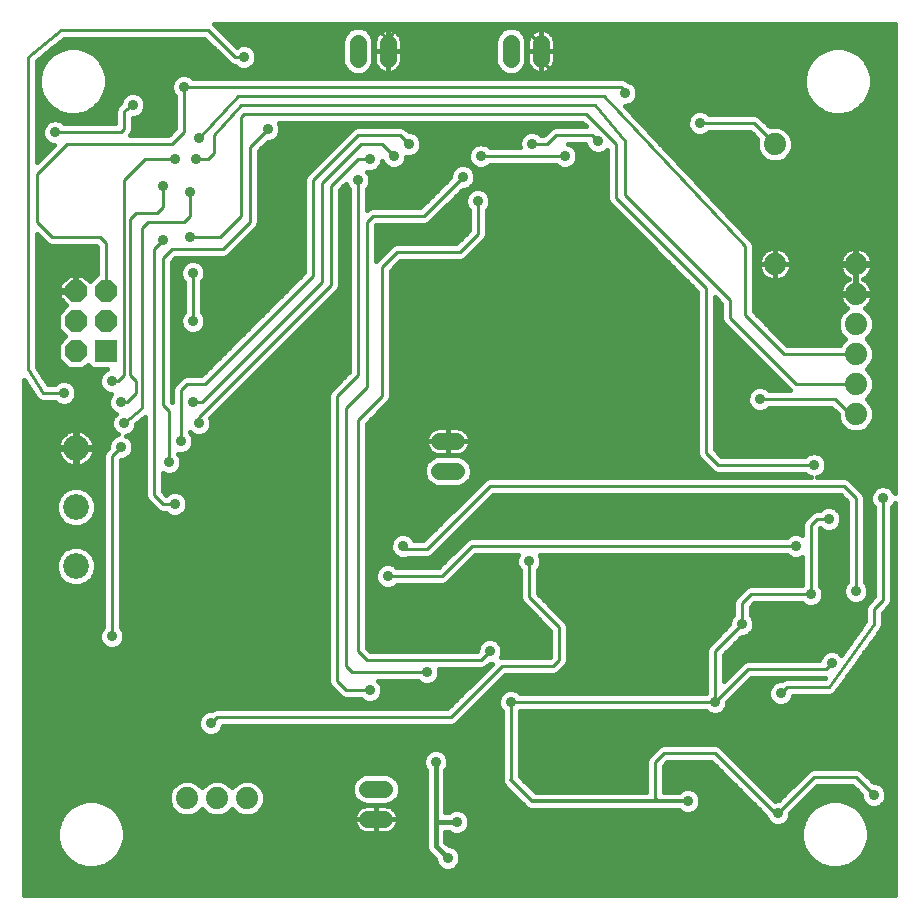
<source format=gbl>
G75*
G70*
%OFA0B0*%
%FSLAX24Y24*%
%IPPOS*%
%LPD*%
%AMOC8*
5,1,8,0,0,1.08239X$1,22.5*
%
%ADD10C,0.0740*%
%ADD11C,0.0860*%
%ADD12C,0.0560*%
%ADD13R,0.0740X0.0740*%
%ADD14OC8,0.0740*%
%ADD15C,0.0360*%
%ADD16C,0.0160*%
%ADD17C,0.0100*%
%ADD18C,0.0120*%
D10*
X009234Y004050D03*
X010234Y004050D03*
X011234Y004050D03*
X028834Y021850D03*
X031534Y021850D03*
X031534Y020850D03*
X031534Y019850D03*
X031534Y018850D03*
X031534Y017850D03*
X031534Y016850D03*
X028834Y025850D03*
D11*
X005534Y015719D03*
X005534Y013750D03*
X005534Y011781D03*
D12*
X015254Y004350D02*
X015814Y004350D01*
X015814Y003350D02*
X015254Y003350D01*
X017654Y014950D02*
X018214Y014950D01*
X018214Y015950D02*
X017654Y015950D01*
X015934Y028670D02*
X015934Y029230D01*
X014934Y029230D02*
X014934Y028670D01*
X020034Y028670D02*
X020034Y029230D01*
X021034Y029230D02*
X021034Y028670D01*
D13*
X006534Y018950D03*
D14*
X006534Y019950D03*
X006534Y020950D03*
X005534Y020950D03*
X005534Y019950D03*
X005534Y018950D03*
D15*
X006734Y017950D03*
X007034Y017250D03*
X007134Y016550D03*
X007034Y015750D03*
X008634Y015250D03*
X009034Y015950D03*
X009634Y016550D03*
X009434Y017250D03*
X009434Y019950D03*
X009434Y021550D03*
X009334Y022750D03*
X008434Y022650D03*
X009334Y024250D03*
X008434Y024450D03*
X008834Y025350D03*
X009534Y025350D03*
X009634Y026050D03*
X009134Y027750D03*
X008834Y028950D03*
X007434Y027150D03*
X004834Y026250D03*
X004934Y022250D03*
X005134Y017550D03*
X008834Y013850D03*
X011034Y009850D03*
X010034Y006550D03*
X007034Y005750D03*
X006534Y007550D03*
X006734Y009450D03*
X008834Y001750D03*
X015334Y007650D03*
X017234Y008250D03*
X019334Y008950D03*
X020034Y007250D03*
X017534Y005250D03*
X018234Y003250D03*
X017934Y002050D03*
X018434Y001350D03*
X022034Y002050D03*
X025934Y003950D03*
X025934Y005150D03*
X026834Y007250D03*
X029034Y007550D03*
X030734Y008550D03*
X030034Y010850D03*
X031534Y010950D03*
X029534Y012450D03*
X030634Y013350D03*
X032434Y014050D03*
X030134Y015150D03*
X028334Y013450D03*
X026934Y011250D03*
X027734Y009850D03*
X024034Y008850D03*
X020634Y011950D03*
X016434Y012450D03*
X015934Y011450D03*
X018234Y018550D03*
X022634Y020950D03*
X018934Y023950D03*
X018434Y024750D03*
X019034Y025450D03*
X020734Y025850D03*
X021834Y025450D03*
X022934Y025950D03*
X023834Y027550D03*
X026334Y026550D03*
X031334Y024750D03*
X029234Y020250D03*
X028334Y017350D03*
X028134Y016150D03*
X016634Y025850D03*
X016134Y025450D03*
X015334Y025350D03*
X014934Y024650D03*
X013334Y026050D03*
X011934Y026350D03*
X011134Y028750D03*
X011834Y029350D03*
X032134Y004150D03*
X028934Y003550D03*
X028834Y002950D03*
X027534Y001850D03*
D16*
X003814Y000830D02*
X003814Y017995D01*
X004175Y017417D01*
X004188Y017386D01*
X004205Y017368D01*
X004218Y017347D01*
X004246Y017328D01*
X004269Y017304D01*
X004292Y017295D01*
X004312Y017280D01*
X004345Y017273D01*
X004376Y017260D01*
X004401Y017260D01*
X004425Y017254D01*
X004458Y017260D01*
X004830Y017260D01*
X004896Y017194D01*
X005050Y017130D01*
X005217Y017130D01*
X005372Y017194D01*
X005490Y017312D01*
X005554Y017466D01*
X005554Y017634D01*
X005490Y017788D01*
X005372Y017906D01*
X005217Y017970D01*
X005050Y017970D01*
X004896Y017906D01*
X004830Y017840D01*
X004594Y017840D01*
X004224Y018433D01*
X004224Y022850D01*
X004569Y022504D01*
X004676Y022460D01*
X006214Y022460D01*
X006244Y022430D01*
X006244Y021523D01*
X005991Y021270D01*
X005762Y021500D01*
X005554Y021500D01*
X005554Y020970D01*
X005514Y020970D01*
X005514Y021500D01*
X005306Y021500D01*
X004984Y021178D01*
X004984Y020970D01*
X005514Y020970D01*
X005514Y020930D01*
X004984Y020930D01*
X004984Y020722D01*
X005213Y020492D01*
X004924Y020203D01*
X004924Y019697D01*
X005171Y019450D01*
X004924Y019203D01*
X004924Y018697D01*
X005281Y018340D01*
X005786Y018340D01*
X005940Y018493D01*
X005960Y018444D01*
X006028Y018377D01*
X006116Y018340D01*
X006578Y018340D01*
X006496Y018306D01*
X006378Y018188D01*
X006314Y018034D01*
X006314Y017866D01*
X006378Y017712D01*
X006496Y017594D01*
X006650Y017530D01*
X006720Y017530D01*
X006678Y017488D01*
X006614Y017334D01*
X006614Y017166D01*
X006678Y017012D01*
X006796Y016894D01*
X006858Y016868D01*
X006778Y016788D01*
X006714Y016634D01*
X006714Y016466D01*
X006778Y016312D01*
X006896Y016194D01*
X006954Y016170D01*
X006950Y016170D01*
X006796Y016106D01*
X006678Y015988D01*
X006614Y015834D01*
X006614Y015740D01*
X006488Y015614D01*
X006444Y015508D01*
X006444Y009754D01*
X006378Y009688D01*
X006314Y009534D01*
X006314Y009366D01*
X006378Y009212D01*
X006496Y009094D01*
X006650Y009030D01*
X006817Y009030D01*
X006972Y009094D01*
X007090Y009212D01*
X007154Y009366D01*
X007154Y009534D01*
X007090Y009688D01*
X007024Y009754D01*
X007024Y015330D01*
X007117Y015330D01*
X007272Y015394D01*
X007390Y015512D01*
X007454Y015666D01*
X007454Y015834D01*
X007390Y015988D01*
X007272Y016106D01*
X007214Y016130D01*
X007217Y016130D01*
X007372Y016194D01*
X007490Y016312D01*
X007554Y016466D01*
X007554Y016523D01*
X007844Y016764D01*
X007844Y014092D01*
X007888Y013986D01*
X008188Y013686D01*
X008269Y013604D01*
X008376Y013560D01*
X008530Y013560D01*
X008596Y013494D01*
X008750Y013430D01*
X008917Y013430D01*
X009072Y013494D01*
X009190Y013612D01*
X009254Y013766D01*
X009254Y013934D01*
X009190Y014088D01*
X009072Y014206D01*
X008917Y014270D01*
X008750Y014270D01*
X008596Y014206D01*
X008542Y014152D01*
X008424Y014270D01*
X008424Y014882D01*
X008550Y014830D01*
X008717Y014830D01*
X008872Y014894D01*
X008990Y015012D01*
X009054Y015166D01*
X009054Y015334D01*
X008990Y015488D01*
X008946Y015532D01*
X008950Y015530D01*
X009117Y015530D01*
X009272Y015594D01*
X009390Y015712D01*
X009454Y015866D01*
X009454Y016034D01*
X009390Y016188D01*
X009324Y016254D01*
X009324Y016266D01*
X009396Y016194D01*
X009550Y016130D01*
X009717Y016130D01*
X009872Y016194D01*
X009990Y016312D01*
X010054Y016466D01*
X010054Y016634D01*
X010017Y016723D01*
X014198Y020904D01*
X014280Y020986D01*
X014324Y021092D01*
X014324Y024330D01*
X014527Y024534D01*
X014578Y024412D01*
X014644Y024346D01*
X014644Y018270D01*
X014069Y017696D01*
X013988Y017614D01*
X013944Y017508D01*
X013944Y007892D01*
X013988Y007786D01*
X014288Y007486D01*
X014369Y007404D01*
X014476Y007360D01*
X015030Y007360D01*
X015096Y007294D01*
X015250Y007230D01*
X015417Y007230D01*
X015572Y007294D01*
X015690Y007412D01*
X015754Y007566D01*
X015754Y007734D01*
X015690Y007888D01*
X015618Y007960D01*
X016930Y007960D01*
X016996Y007894D01*
X017150Y007830D01*
X017317Y007830D01*
X017472Y007894D01*
X017590Y008012D01*
X017654Y008166D01*
X017654Y008334D01*
X017643Y008360D01*
X019091Y008360D01*
X019198Y008404D01*
X019324Y008530D01*
X019404Y008530D01*
X017914Y007040D01*
X010176Y007040D01*
X010069Y006996D01*
X010044Y006970D01*
X009950Y006970D01*
X009796Y006906D01*
X009678Y006788D01*
X009614Y006634D01*
X009614Y006466D01*
X009678Y006312D01*
X009796Y006194D01*
X009950Y006130D01*
X010117Y006130D01*
X010272Y006194D01*
X010390Y006312D01*
X010451Y006460D01*
X018091Y006460D01*
X018198Y006504D01*
X018280Y006586D01*
X019854Y008160D01*
X021491Y008160D01*
X021598Y008204D01*
X021680Y008286D01*
X021880Y008486D01*
X021924Y008592D01*
X026544Y008592D01*
X026544Y008434D02*
X021827Y008434D01*
X021924Y008592D02*
X021924Y009808D01*
X021880Y009914D01*
X021798Y009996D01*
X021798Y009996D01*
X020924Y010870D01*
X020924Y011646D01*
X020990Y011712D01*
X021054Y011866D01*
X021054Y012034D01*
X021001Y012160D01*
X029230Y012160D01*
X029296Y012094D01*
X029450Y012030D01*
X029617Y012030D01*
X029744Y012082D01*
X029744Y011154D01*
X029730Y011140D01*
X027976Y011140D01*
X027869Y011096D01*
X027788Y011014D01*
X027488Y010714D01*
X027444Y010608D01*
X027444Y010154D01*
X027378Y010088D01*
X027314Y009934D01*
X027314Y009840D01*
X026588Y009114D01*
X026544Y009008D01*
X026544Y007554D01*
X026530Y007540D01*
X020338Y007540D01*
X020272Y007606D01*
X020117Y007670D01*
X019950Y007670D01*
X019796Y007606D01*
X019678Y007488D01*
X019614Y007334D01*
X019614Y007166D01*
X018859Y007166D01*
X019018Y007324D02*
X019614Y007324D01*
X019614Y007166D02*
X019678Y007012D01*
X019744Y006946D01*
X019744Y004734D01*
X019734Y004710D01*
X019734Y004590D01*
X019779Y004480D01*
X020479Y003780D01*
X020564Y003696D01*
X020674Y003650D01*
X025640Y003650D01*
X025696Y003594D01*
X025850Y003530D01*
X026017Y003530D01*
X026172Y003594D01*
X026290Y003712D01*
X026354Y003866D01*
X026354Y004034D01*
X026290Y004188D01*
X026172Y004306D01*
X026017Y004370D01*
X025850Y004370D01*
X025696Y004306D01*
X025640Y004250D01*
X025124Y004250D01*
X025124Y005130D01*
X025254Y005260D01*
X026714Y005260D01*
X028518Y003455D01*
X028578Y003312D01*
X028696Y003194D01*
X028850Y003130D01*
X029017Y003130D01*
X029172Y003194D01*
X029290Y003312D01*
X029354Y003466D01*
X029354Y003560D01*
X030254Y004460D01*
X031414Y004460D01*
X031714Y004160D01*
X031714Y004066D01*
X031778Y003912D01*
X031896Y003794D01*
X032050Y003730D01*
X032217Y003730D01*
X032372Y003794D01*
X032490Y003912D01*
X032554Y004066D01*
X032554Y004234D01*
X032490Y004388D01*
X032372Y004506D01*
X032217Y004570D01*
X032124Y004570D01*
X031698Y004996D01*
X031591Y005040D01*
X030076Y005040D01*
X029969Y004996D01*
X029888Y004914D01*
X028944Y003970D01*
X028850Y003970D01*
X028832Y003962D01*
X027080Y005714D01*
X026998Y005796D01*
X026891Y005840D01*
X025076Y005840D01*
X024969Y005796D01*
X024669Y005496D01*
X024588Y005414D01*
X024544Y005308D01*
X024544Y004250D01*
X020858Y004250D01*
X020324Y004784D01*
X020324Y006946D01*
X020338Y006960D01*
X026530Y006960D01*
X026596Y006894D01*
X026750Y006830D01*
X026917Y006830D01*
X027072Y006894D01*
X027190Y007012D01*
X027254Y007166D01*
X027254Y007260D01*
X028054Y008060D01*
X030499Y008060D01*
X030484Y008040D01*
X029176Y008040D01*
X029069Y007996D01*
X029044Y007970D01*
X028950Y007970D01*
X028796Y007906D01*
X028678Y007788D01*
X028614Y007634D01*
X028614Y007466D01*
X028678Y007312D01*
X028796Y007194D01*
X028950Y007130D01*
X029117Y007130D01*
X029272Y007194D01*
X029390Y007312D01*
X029451Y007460D01*
X030601Y007460D01*
X030624Y007454D01*
X030658Y007460D01*
X030691Y007460D01*
X030714Y007469D01*
X030738Y007473D01*
X030767Y007491D01*
X030798Y007504D01*
X030815Y007522D01*
X030836Y007535D01*
X030856Y007562D01*
X030880Y007586D01*
X030889Y007608D01*
X032356Y009662D01*
X032380Y009686D01*
X032389Y009708D01*
X032403Y009728D01*
X032411Y009761D01*
X032424Y009792D01*
X032424Y009817D01*
X032429Y009841D01*
X032424Y009874D01*
X032424Y010230D01*
X032680Y010486D01*
X032724Y010592D01*
X032724Y013746D01*
X032790Y013812D01*
X032824Y013894D01*
X032824Y000830D01*
X003814Y000830D01*
X003814Y000984D02*
X032824Y000984D01*
X032824Y001143D02*
X003814Y001143D01*
X003814Y001301D02*
X032824Y001301D01*
X032824Y001460D02*
X003814Y001460D01*
X003814Y001618D02*
X032824Y001618D01*
X032824Y001777D02*
X031193Y001777D01*
X031270Y001797D02*
X031528Y001946D01*
X031738Y002156D01*
X031887Y002414D01*
X031964Y002701D01*
X031964Y002999D01*
X031887Y003286D01*
X031738Y003544D01*
X031528Y003754D01*
X031270Y003903D01*
X030982Y003980D01*
X030685Y003980D01*
X030398Y003903D01*
X030140Y003754D01*
X029929Y003544D01*
X029781Y003286D01*
X029704Y002999D01*
X029704Y002701D01*
X029781Y002414D01*
X029929Y002156D01*
X030140Y001946D01*
X030398Y001797D01*
X030685Y001720D01*
X030982Y001720D01*
X031270Y001797D01*
X031509Y001935D02*
X032824Y001935D01*
X032824Y002094D02*
X031675Y002094D01*
X031793Y002252D02*
X032824Y002252D01*
X032824Y002411D02*
X031885Y002411D01*
X031928Y002569D02*
X032824Y002569D01*
X032824Y002728D02*
X031964Y002728D01*
X031964Y002886D02*
X032824Y002886D01*
X032824Y003045D02*
X031951Y003045D01*
X031909Y003203D02*
X032824Y003203D01*
X032824Y003362D02*
X031843Y003362D01*
X031752Y003520D02*
X032824Y003520D01*
X032824Y003679D02*
X031603Y003679D01*
X031384Y003837D02*
X031853Y003837D01*
X031743Y003996D02*
X029789Y003996D01*
X029948Y004154D02*
X031714Y004154D01*
X031561Y004313D02*
X030106Y004313D01*
X029762Y004788D02*
X028006Y004788D01*
X028164Y004630D02*
X029603Y004630D01*
X029445Y004471D02*
X028323Y004471D01*
X028481Y004313D02*
X029286Y004313D01*
X029128Y004154D02*
X028640Y004154D01*
X028798Y003996D02*
X028969Y003996D01*
X029472Y003679D02*
X030064Y003679D01*
X029916Y003520D02*
X029354Y003520D01*
X029310Y003362D02*
X029824Y003362D01*
X029758Y003203D02*
X029181Y003203D01*
X029716Y003045D02*
X018603Y003045D01*
X018590Y003012D02*
X018654Y003166D01*
X018654Y003334D01*
X018590Y003488D01*
X018472Y003606D01*
X018317Y003670D01*
X018150Y003670D01*
X017996Y003606D01*
X017960Y003570D01*
X017854Y003570D01*
X017854Y004976D01*
X017890Y005012D01*
X017954Y005166D01*
X017954Y005334D01*
X017890Y005488D01*
X017772Y005606D01*
X017617Y005670D01*
X017450Y005670D01*
X017296Y005606D01*
X017178Y005488D01*
X017114Y005334D01*
X017114Y005166D01*
X017178Y005012D01*
X017214Y004976D01*
X017214Y002386D01*
X017262Y002269D01*
X017514Y002017D01*
X017514Y001966D01*
X017578Y001812D01*
X017696Y001694D01*
X017850Y001630D01*
X018017Y001630D01*
X018172Y001694D01*
X018290Y001812D01*
X018354Y001966D01*
X018354Y002134D01*
X018290Y002288D01*
X018172Y002406D01*
X018017Y002470D01*
X017966Y002470D01*
X017854Y002583D01*
X017854Y002930D01*
X017960Y002930D01*
X017996Y002894D01*
X018150Y002830D01*
X018317Y002830D01*
X018472Y002894D01*
X018590Y003012D01*
X018452Y002886D02*
X029704Y002886D01*
X029704Y002728D02*
X017854Y002728D01*
X017854Y002886D02*
X018015Y002886D01*
X017867Y002569D02*
X029739Y002569D01*
X029783Y002411D02*
X018161Y002411D01*
X018305Y002252D02*
X029874Y002252D01*
X029992Y002094D02*
X018354Y002094D01*
X018341Y001935D02*
X030159Y001935D01*
X030474Y001777D02*
X018254Y001777D01*
X017934Y002050D02*
X017534Y002450D01*
X017534Y003250D01*
X018234Y003250D01*
X018558Y003520D02*
X028454Y003520D01*
X028557Y003362D02*
X018642Y003362D01*
X018654Y003203D02*
X028687Y003203D01*
X028295Y003679D02*
X026256Y003679D01*
X026341Y003837D02*
X028137Y003837D01*
X027978Y003996D02*
X026354Y003996D01*
X026304Y004154D02*
X027820Y004154D01*
X027661Y004313D02*
X026156Y004313D01*
X025711Y004313D02*
X025124Y004313D01*
X025124Y004471D02*
X027503Y004471D01*
X027344Y004630D02*
X025124Y004630D01*
X025124Y004788D02*
X027186Y004788D01*
X027027Y004947D02*
X025124Y004947D01*
X025124Y005105D02*
X026869Y005105D01*
X027372Y005422D02*
X032824Y005422D01*
X032824Y005264D02*
X027530Y005264D01*
X027689Y005105D02*
X032824Y005105D01*
X032824Y004947D02*
X031747Y004947D01*
X031906Y004788D02*
X032824Y004788D01*
X032824Y004630D02*
X032064Y004630D01*
X032407Y004471D02*
X032824Y004471D01*
X032824Y004313D02*
X032521Y004313D01*
X032554Y004154D02*
X032824Y004154D01*
X032824Y003996D02*
X032524Y003996D01*
X032415Y003837D02*
X032824Y003837D01*
X032824Y005581D02*
X027213Y005581D01*
X027055Y005739D02*
X032824Y005739D01*
X032824Y005898D02*
X020324Y005898D01*
X020324Y006056D02*
X032824Y006056D01*
X032824Y006215D02*
X020324Y006215D01*
X020324Y006373D02*
X032824Y006373D01*
X032824Y006532D02*
X020324Y006532D01*
X020324Y006690D02*
X032824Y006690D01*
X032824Y006849D02*
X026962Y006849D01*
X026705Y006849D02*
X020324Y006849D01*
X019744Y006849D02*
X018542Y006849D01*
X018701Y007007D02*
X019683Y007007D01*
X019744Y006690D02*
X018384Y006690D01*
X018225Y006532D02*
X019744Y006532D01*
X019744Y006373D02*
X010415Y006373D01*
X010292Y006215D02*
X019744Y006215D01*
X019744Y006056D02*
X003814Y006056D01*
X003814Y005898D02*
X019744Y005898D01*
X019744Y005739D02*
X003814Y005739D01*
X003814Y005581D02*
X017270Y005581D01*
X017150Y005422D02*
X003814Y005422D01*
X003814Y005264D02*
X017114Y005264D01*
X017139Y005105D02*
X003814Y005105D01*
X003814Y004947D02*
X017214Y004947D01*
X017214Y004788D02*
X016111Y004788D01*
X016108Y004791D02*
X015917Y004870D01*
X015150Y004870D01*
X014959Y004791D01*
X014813Y004645D01*
X014734Y004453D01*
X014734Y004247D01*
X014813Y004055D01*
X014959Y003909D01*
X015150Y003830D01*
X015917Y003830D01*
X016108Y003909D01*
X016255Y004055D01*
X016334Y004247D01*
X016334Y004453D01*
X016255Y004645D01*
X016108Y004791D01*
X016261Y004630D02*
X017214Y004630D01*
X017214Y004471D02*
X016326Y004471D01*
X016334Y004313D02*
X017214Y004313D01*
X017214Y004154D02*
X016295Y004154D01*
X016195Y003996D02*
X017214Y003996D01*
X017214Y003837D02*
X015934Y003837D01*
X015921Y003799D02*
X015850Y003810D01*
X015544Y003810D01*
X015544Y003360D01*
X016274Y003360D01*
X016274Y003386D01*
X016262Y003458D01*
X016240Y003527D01*
X016207Y003591D01*
X016165Y003650D01*
X016113Y003701D01*
X016055Y003743D01*
X015990Y003776D01*
X015921Y003799D01*
X016136Y003679D02*
X017214Y003679D01*
X017214Y003520D02*
X016242Y003520D01*
X016274Y003362D02*
X017214Y003362D01*
X017214Y003203D02*
X016250Y003203D01*
X016240Y003173D02*
X016262Y003242D01*
X016274Y003314D01*
X016274Y003340D01*
X015544Y003340D01*
X015544Y003360D01*
X015524Y003360D01*
X015524Y003810D01*
X015217Y003810D01*
X015146Y003799D01*
X015077Y003776D01*
X015013Y003743D01*
X014954Y003701D01*
X014903Y003650D01*
X014860Y003591D01*
X014827Y003527D01*
X014805Y003458D01*
X014794Y003386D01*
X014794Y003360D01*
X015524Y003360D01*
X015524Y003340D01*
X015544Y003340D01*
X015544Y002890D01*
X015850Y002890D01*
X015921Y002901D01*
X015990Y002924D01*
X016055Y002957D01*
X016113Y002999D01*
X016165Y003050D01*
X016207Y003109D01*
X016240Y003173D01*
X016159Y003045D02*
X017214Y003045D01*
X017214Y002886D02*
X007164Y002886D01*
X007164Y002999D02*
X007087Y003286D01*
X006938Y003544D01*
X006728Y003754D01*
X006470Y003903D01*
X006182Y003980D01*
X005885Y003980D01*
X005598Y003903D01*
X005340Y003754D01*
X005129Y003544D01*
X004981Y003286D01*
X004904Y002999D01*
X004904Y002701D01*
X004981Y002414D01*
X005129Y002156D01*
X005340Y001946D01*
X005598Y001797D01*
X005885Y001720D01*
X006182Y001720D01*
X006470Y001797D01*
X006728Y001946D01*
X006938Y002156D01*
X007087Y002414D01*
X007164Y002701D01*
X007164Y002999D01*
X007151Y003045D02*
X014909Y003045D01*
X014903Y003050D02*
X014954Y002999D01*
X015013Y002957D01*
X015077Y002924D01*
X015146Y002901D01*
X015217Y002890D01*
X015524Y002890D01*
X015524Y003340D01*
X014794Y003340D01*
X014794Y003314D01*
X014805Y003242D01*
X014827Y003173D01*
X014860Y003109D01*
X014903Y003050D01*
X014818Y003203D02*
X007109Y003203D01*
X007043Y003362D02*
X014794Y003362D01*
X014825Y003520D02*
X011548Y003520D01*
X011579Y003533D02*
X011751Y003704D01*
X011844Y003929D01*
X011844Y004171D01*
X011751Y004396D01*
X011579Y004567D01*
X011355Y004660D01*
X011112Y004660D01*
X010888Y004567D01*
X010734Y004413D01*
X010579Y004567D01*
X010355Y004660D01*
X010112Y004660D01*
X009888Y004567D01*
X009734Y004413D01*
X009579Y004567D01*
X009355Y004660D01*
X009112Y004660D01*
X008888Y004567D01*
X008717Y004396D01*
X008624Y004171D01*
X008624Y003929D01*
X008717Y003704D01*
X008888Y003533D01*
X009112Y003440D01*
X009355Y003440D01*
X009579Y003533D01*
X009734Y003687D01*
X009888Y003533D01*
X010112Y003440D01*
X010355Y003440D01*
X010579Y003533D01*
X010734Y003687D01*
X010888Y003533D01*
X011112Y003440D01*
X011355Y003440D01*
X011579Y003533D01*
X011725Y003679D02*
X014932Y003679D01*
X015133Y003837D02*
X011806Y003837D01*
X011844Y003996D02*
X014873Y003996D01*
X014772Y004154D02*
X011844Y004154D01*
X011785Y004313D02*
X014734Y004313D01*
X014741Y004471D02*
X011675Y004471D01*
X011429Y004630D02*
X014807Y004630D01*
X014956Y004788D02*
X003814Y004788D01*
X003814Y004630D02*
X009039Y004630D01*
X008792Y004471D02*
X003814Y004471D01*
X003814Y004313D02*
X008682Y004313D01*
X008624Y004154D02*
X003814Y004154D01*
X003814Y003996D02*
X008624Y003996D01*
X008662Y003837D02*
X006584Y003837D01*
X006803Y003679D02*
X008743Y003679D01*
X008919Y003520D02*
X006952Y003520D01*
X007234Y003550D02*
X008234Y002550D01*
X015234Y002550D01*
X015534Y002850D01*
X015534Y003350D01*
X015524Y003362D02*
X015544Y003362D01*
X015544Y003520D02*
X015524Y003520D01*
X015524Y003679D02*
X015544Y003679D01*
X015524Y003203D02*
X015544Y003203D01*
X015544Y003045D02*
X015524Y003045D01*
X017214Y002728D02*
X007164Y002728D01*
X007128Y002569D02*
X017214Y002569D01*
X017214Y002411D02*
X007085Y002411D01*
X006993Y002252D02*
X017279Y002252D01*
X017438Y002094D02*
X006875Y002094D01*
X006709Y001935D02*
X017527Y001935D01*
X017613Y001777D02*
X006393Y001777D01*
X005674Y001777D02*
X003814Y001777D01*
X003814Y001935D02*
X005359Y001935D01*
X005192Y002094D02*
X003814Y002094D01*
X003814Y002252D02*
X005074Y002252D01*
X004983Y002411D02*
X003814Y002411D01*
X003814Y002569D02*
X004939Y002569D01*
X004904Y002728D02*
X003814Y002728D01*
X003814Y002886D02*
X004904Y002886D01*
X004916Y003045D02*
X003814Y003045D01*
X003814Y003203D02*
X004958Y003203D01*
X005024Y003362D02*
X003814Y003362D01*
X003814Y003520D02*
X005116Y003520D01*
X005264Y003679D02*
X003814Y003679D01*
X003814Y003837D02*
X005483Y003837D01*
X003814Y006215D02*
X009775Y006215D01*
X009652Y006373D02*
X003814Y006373D01*
X003814Y006532D02*
X009614Y006532D01*
X009637Y006690D02*
X003814Y006690D01*
X003814Y006849D02*
X009738Y006849D01*
X010096Y007007D02*
X003814Y007007D01*
X003814Y007166D02*
X018039Y007166D01*
X018198Y007324D02*
X015602Y007324D01*
X015719Y007483D02*
X018356Y007483D01*
X018515Y007641D02*
X015754Y007641D01*
X015726Y007800D02*
X018673Y007800D01*
X018832Y007958D02*
X017536Y007958D01*
X017633Y008117D02*
X018990Y008117D01*
X019149Y008275D02*
X017654Y008275D01*
X016932Y007958D02*
X015620Y007958D01*
X015066Y007324D02*
X003814Y007324D01*
X003814Y007483D02*
X014291Y007483D01*
X014133Y007641D02*
X003814Y007641D01*
X003814Y007800D02*
X013982Y007800D01*
X013944Y007958D02*
X003814Y007958D01*
X003814Y008117D02*
X013944Y008117D01*
X013944Y008275D02*
X003814Y008275D01*
X003814Y008434D02*
X013944Y008434D01*
X013944Y008592D02*
X003814Y008592D01*
X003814Y008751D02*
X013944Y008751D01*
X013944Y008909D02*
X003814Y008909D01*
X003814Y009068D02*
X006560Y009068D01*
X006372Y009226D02*
X003814Y009226D01*
X003814Y009385D02*
X006314Y009385D01*
X006318Y009543D02*
X003814Y009543D01*
X003814Y009702D02*
X006391Y009702D01*
X006444Y009860D02*
X003814Y009860D01*
X003814Y010019D02*
X006444Y010019D01*
X006444Y010177D02*
X003814Y010177D01*
X003814Y010336D02*
X006444Y010336D01*
X006444Y010494D02*
X003814Y010494D01*
X003814Y010653D02*
X006444Y010653D01*
X006444Y010811D02*
X003814Y010811D01*
X003814Y010970D02*
X006444Y010970D01*
X006444Y011128D02*
X005707Y011128D01*
X005667Y011111D02*
X005913Y011213D01*
X006102Y011402D01*
X006204Y011648D01*
X006204Y011915D01*
X006102Y012161D01*
X005913Y012349D01*
X005667Y012451D01*
X005400Y012451D01*
X005154Y012349D01*
X004966Y012161D01*
X004864Y011915D01*
X004864Y011648D01*
X004966Y011402D01*
X005154Y011213D01*
X005400Y011111D01*
X005667Y011111D01*
X005361Y011128D02*
X003814Y011128D01*
X003814Y011287D02*
X005081Y011287D01*
X004948Y011445D02*
X003814Y011445D01*
X003814Y011604D02*
X004882Y011604D01*
X004864Y011762D02*
X003814Y011762D01*
X003814Y011921D02*
X004866Y011921D01*
X004932Y012079D02*
X003814Y012079D01*
X003814Y012238D02*
X005042Y012238D01*
X005266Y012396D02*
X003814Y012396D01*
X003814Y012555D02*
X006444Y012555D01*
X006444Y012713D02*
X003814Y012713D01*
X003814Y012872D02*
X006444Y012872D01*
X006444Y013030D02*
X003814Y013030D01*
X003814Y013189D02*
X005148Y013189D01*
X005154Y013182D02*
X005400Y013080D01*
X005667Y013080D01*
X005913Y013182D01*
X006102Y013370D01*
X006204Y013617D01*
X006204Y013883D01*
X006102Y014130D01*
X005913Y014318D01*
X005667Y014420D01*
X005400Y014420D01*
X005154Y014318D01*
X004966Y014130D01*
X004864Y013883D01*
X004864Y013617D01*
X004966Y013370D01*
X005154Y013182D01*
X004989Y013347D02*
X003814Y013347D01*
X003814Y013506D02*
X004910Y013506D01*
X004864Y013664D02*
X003814Y013664D01*
X003814Y013823D02*
X004864Y013823D01*
X004904Y013981D02*
X003814Y013981D01*
X003814Y014140D02*
X004976Y014140D01*
X005134Y014298D02*
X003814Y014298D01*
X003814Y014457D02*
X006444Y014457D01*
X006444Y014615D02*
X003814Y014615D01*
X003814Y014774D02*
X006444Y014774D01*
X006444Y014932D02*
X003814Y014932D01*
X003814Y015091D02*
X006444Y015091D01*
X006444Y015249D02*
X005925Y015249D01*
X005931Y015253D02*
X005999Y015321D01*
X006055Y015399D01*
X006099Y015484D01*
X006129Y015576D01*
X006144Y015670D01*
X006144Y015680D01*
X005572Y015680D01*
X005572Y015109D01*
X005582Y015109D01*
X005677Y015124D01*
X005768Y015153D01*
X005853Y015197D01*
X005931Y015253D01*
X006060Y015408D02*
X006444Y015408D01*
X006468Y015566D02*
X006126Y015566D01*
X006144Y015757D02*
X006144Y015767D01*
X006129Y015861D01*
X006099Y015953D01*
X006055Y016038D01*
X005999Y016116D01*
X005931Y016184D01*
X005853Y016240D01*
X005768Y016284D01*
X005677Y016313D01*
X005582Y016329D01*
X005572Y016329D01*
X005572Y015757D01*
X005496Y015757D01*
X005496Y016329D01*
X005486Y016329D01*
X005391Y016313D01*
X005300Y016284D01*
X005214Y016240D01*
X005136Y016184D01*
X005068Y016116D01*
X005012Y016038D01*
X004968Y015953D01*
X004939Y015861D01*
X004924Y015767D01*
X004924Y015757D01*
X005496Y015757D01*
X005496Y015680D01*
X005572Y015680D01*
X005572Y015757D01*
X006144Y015757D01*
X006122Y015883D02*
X006634Y015883D01*
X006598Y015725D02*
X005572Y015725D01*
X005496Y015725D02*
X003814Y015725D01*
X003814Y015883D02*
X004946Y015883D01*
X005014Y016042D02*
X003814Y016042D01*
X003814Y016200D02*
X005159Y016200D01*
X005496Y016200D02*
X005572Y016200D01*
X005572Y016042D02*
X005496Y016042D01*
X005496Y015883D02*
X005572Y015883D01*
X005496Y015680D02*
X004924Y015680D01*
X004924Y015670D01*
X004939Y015576D01*
X004968Y015484D01*
X005012Y015399D01*
X005068Y015321D01*
X005136Y015253D01*
X005214Y015197D01*
X005300Y015153D01*
X005391Y015124D01*
X005486Y015109D01*
X005496Y015109D01*
X005496Y015680D01*
X005496Y015566D02*
X005572Y015566D01*
X005572Y015408D02*
X005496Y015408D01*
X005496Y015249D02*
X005572Y015249D01*
X005142Y015249D02*
X003814Y015249D01*
X003814Y015408D02*
X005008Y015408D01*
X004942Y015566D02*
X003814Y015566D01*
X003814Y016359D02*
X006758Y016359D01*
X006714Y016517D02*
X003814Y016517D01*
X003814Y016676D02*
X006731Y016676D01*
X006824Y016834D02*
X003814Y016834D01*
X003814Y016993D02*
X006697Y016993D01*
X006620Y017151D02*
X005268Y017151D01*
X004999Y017151D02*
X003814Y017151D01*
X003814Y017310D02*
X004264Y017310D01*
X004143Y017468D02*
X003814Y017468D01*
X003814Y017627D02*
X004044Y017627D01*
X003945Y017785D02*
X003814Y017785D01*
X003814Y017944D02*
X003846Y017944D01*
X004332Y018261D02*
X006450Y018261D01*
X006342Y018102D02*
X004431Y018102D01*
X004530Y017944D02*
X004986Y017944D01*
X005281Y017944D02*
X006314Y017944D01*
X006347Y017785D02*
X005491Y017785D01*
X005554Y017627D02*
X006463Y017627D01*
X006669Y017468D02*
X005554Y017468D01*
X005487Y017310D02*
X006614Y017310D01*
X006890Y016200D02*
X005909Y016200D01*
X006053Y016042D02*
X006731Y016042D01*
X007336Y016042D02*
X007844Y016042D01*
X007844Y016200D02*
X007378Y016200D01*
X007509Y016359D02*
X007844Y016359D01*
X007844Y016517D02*
X007554Y016517D01*
X007737Y016676D02*
X007844Y016676D01*
X007844Y015883D02*
X007433Y015883D01*
X007454Y015725D02*
X007844Y015725D01*
X007844Y015566D02*
X007412Y015566D01*
X007285Y015408D02*
X007844Y015408D01*
X007844Y015249D02*
X007024Y015249D01*
X007024Y015330D02*
X007024Y015330D01*
X007024Y015091D02*
X007844Y015091D01*
X007844Y014932D02*
X007024Y014932D01*
X007024Y014774D02*
X007844Y014774D01*
X007844Y014615D02*
X007024Y014615D01*
X007024Y014457D02*
X007844Y014457D01*
X007844Y014298D02*
X007024Y014298D01*
X007024Y014140D02*
X007844Y014140D01*
X007893Y013981D02*
X007024Y013981D01*
X007024Y013823D02*
X008051Y013823D01*
X008210Y013664D02*
X007024Y013664D01*
X007024Y013506D02*
X008584Y013506D01*
X009083Y013506D02*
X013944Y013506D01*
X013944Y013664D02*
X009211Y013664D01*
X009254Y013823D02*
X013944Y013823D01*
X013944Y013981D02*
X009234Y013981D01*
X009138Y014140D02*
X013944Y014140D01*
X013944Y014298D02*
X008424Y014298D01*
X008424Y014457D02*
X013944Y014457D01*
X013944Y014615D02*
X008424Y014615D01*
X008424Y014774D02*
X013944Y014774D01*
X013944Y014932D02*
X008910Y014932D01*
X009022Y015091D02*
X013944Y015091D01*
X013944Y015249D02*
X009054Y015249D01*
X009023Y015408D02*
X013944Y015408D01*
X013944Y015566D02*
X009204Y015566D01*
X009395Y015725D02*
X013944Y015725D01*
X013944Y015883D02*
X009454Y015883D01*
X009450Y016042D02*
X013944Y016042D01*
X013944Y016200D02*
X009878Y016200D01*
X010009Y016359D02*
X013944Y016359D01*
X013944Y016517D02*
X010054Y016517D01*
X010036Y016676D02*
X013944Y016676D01*
X013944Y016834D02*
X010128Y016834D01*
X010286Y016993D02*
X013944Y016993D01*
X013944Y017151D02*
X010445Y017151D01*
X010603Y017310D02*
X013944Y017310D01*
X013944Y017468D02*
X010762Y017468D01*
X010920Y017627D02*
X014000Y017627D01*
X014159Y017785D02*
X011079Y017785D01*
X011237Y017944D02*
X014317Y017944D01*
X014476Y018102D02*
X011396Y018102D01*
X011554Y018261D02*
X014634Y018261D01*
X014644Y018419D02*
X011713Y018419D01*
X011871Y018578D02*
X014644Y018578D01*
X014644Y018736D02*
X012030Y018736D01*
X012188Y018895D02*
X014644Y018895D01*
X014644Y019053D02*
X012347Y019053D01*
X012505Y019212D02*
X014644Y019212D01*
X014644Y019370D02*
X012664Y019370D01*
X012822Y019529D02*
X014644Y019529D01*
X014644Y019687D02*
X012981Y019687D01*
X013139Y019846D02*
X014644Y019846D01*
X014644Y020004D02*
X013298Y020004D01*
X013456Y020163D02*
X014644Y020163D01*
X014644Y020321D02*
X013615Y020321D01*
X013773Y020480D02*
X014644Y020480D01*
X014644Y020638D02*
X013932Y020638D01*
X014090Y020797D02*
X014644Y020797D01*
X014644Y020955D02*
X014249Y020955D01*
X014324Y021114D02*
X014644Y021114D01*
X014644Y021272D02*
X014324Y021272D01*
X014324Y021431D02*
X014644Y021431D01*
X014644Y021589D02*
X014324Y021589D01*
X014324Y021748D02*
X014644Y021748D01*
X014644Y021906D02*
X014324Y021906D01*
X014324Y022065D02*
X014644Y022065D01*
X014644Y022223D02*
X014324Y022223D01*
X014324Y022382D02*
X014644Y022382D01*
X014644Y022540D02*
X014324Y022540D01*
X014324Y022699D02*
X014644Y022699D01*
X014644Y022857D02*
X014324Y022857D01*
X014324Y023016D02*
X014644Y023016D01*
X014644Y023174D02*
X014324Y023174D01*
X014324Y023333D02*
X014644Y023333D01*
X014644Y023491D02*
X014324Y023491D01*
X014324Y023650D02*
X014644Y023650D01*
X014644Y023808D02*
X014324Y023808D01*
X014324Y023967D02*
X014644Y023967D01*
X014644Y024125D02*
X014324Y024125D01*
X014324Y024284D02*
X014644Y024284D01*
X014565Y024442D02*
X014436Y024442D01*
X015224Y024346D02*
X015290Y024412D01*
X015354Y024566D01*
X015354Y024734D01*
X015290Y024888D01*
X015246Y024932D01*
X015250Y024930D01*
X015417Y024930D01*
X015572Y024994D01*
X015690Y025112D01*
X015754Y025266D01*
X015754Y025270D01*
X015778Y025212D01*
X015896Y025094D01*
X016050Y025030D01*
X016217Y025030D01*
X016372Y025094D01*
X016490Y025212D01*
X016554Y025366D01*
X016554Y025430D01*
X016717Y025430D01*
X016872Y025494D01*
X016990Y025612D01*
X017054Y025766D01*
X017054Y025934D01*
X016990Y026088D01*
X016872Y026206D01*
X016717Y026270D01*
X016624Y026270D01*
X016498Y026396D01*
X016391Y026440D01*
X014876Y026440D01*
X014769Y026396D01*
X014688Y026314D01*
X013188Y024814D01*
X013144Y024708D01*
X013144Y021570D01*
X009714Y018140D01*
X009176Y018140D01*
X009069Y018096D01*
X008988Y018014D01*
X008788Y017814D01*
X008744Y017708D01*
X008744Y017250D01*
X008724Y017270D01*
X008724Y021930D01*
X008854Y022060D01*
X010491Y022060D01*
X010598Y022104D01*
X011580Y023086D01*
X011624Y023192D01*
X011624Y025630D01*
X011924Y025930D01*
X012017Y025930D01*
X012172Y025994D01*
X012290Y026112D01*
X012354Y026266D01*
X012354Y026434D01*
X012301Y026560D01*
X022414Y026560D01*
X022534Y026440D01*
X021476Y026440D01*
X021369Y026396D01*
X021288Y026314D01*
X021114Y026140D01*
X021038Y026140D01*
X020972Y026206D01*
X020817Y026270D01*
X020650Y026270D01*
X020496Y026206D01*
X020378Y026088D01*
X020314Y025934D01*
X020314Y025766D01*
X020325Y025740D01*
X019338Y025740D01*
X019272Y025806D01*
X019117Y025870D01*
X018950Y025870D01*
X018796Y025806D01*
X018678Y025688D01*
X018614Y025534D01*
X018614Y025366D01*
X018678Y025212D01*
X018796Y025094D01*
X018950Y025030D01*
X019117Y025030D01*
X019272Y025094D01*
X019338Y025160D01*
X021530Y025160D01*
X021596Y025094D01*
X021750Y025030D01*
X021917Y025030D01*
X022072Y025094D01*
X022190Y025212D01*
X022254Y025366D01*
X022254Y025534D01*
X022190Y025688D01*
X022072Y025806D01*
X021941Y025860D01*
X022516Y025860D01*
X022578Y025712D01*
X022696Y025594D01*
X022850Y025530D01*
X023017Y025530D01*
X023172Y025594D01*
X023244Y025666D01*
X023244Y023992D01*
X023288Y023886D01*
X026244Y020930D01*
X026244Y015492D01*
X026288Y015386D01*
X026688Y014986D01*
X026769Y014904D01*
X026876Y014860D01*
X029830Y014860D01*
X029896Y014794D01*
X030026Y014740D01*
X019276Y014740D01*
X019169Y014696D01*
X017114Y012640D01*
X016810Y012640D01*
X016790Y012688D01*
X016672Y012806D01*
X016517Y012870D01*
X016350Y012870D01*
X016196Y012806D01*
X016078Y012688D01*
X016014Y012534D01*
X016014Y012366D01*
X016078Y012212D01*
X016196Y012094D01*
X016350Y012030D01*
X016517Y012030D01*
X016590Y012060D01*
X017291Y012060D01*
X017398Y012104D01*
X019454Y014160D01*
X031014Y014160D01*
X031244Y013930D01*
X031244Y011254D01*
X031178Y011188D01*
X031114Y011034D01*
X031114Y010866D01*
X031178Y010712D01*
X031296Y010594D01*
X031450Y010530D01*
X031617Y010530D01*
X031772Y010594D01*
X031890Y010712D01*
X031954Y010866D01*
X031954Y011034D01*
X031890Y011188D01*
X031824Y011254D01*
X031824Y014108D01*
X031780Y014214D01*
X031380Y014614D01*
X031298Y014696D01*
X031191Y014740D01*
X030241Y014740D01*
X030372Y014794D01*
X030490Y014912D01*
X030554Y015066D01*
X030554Y015234D01*
X030490Y015388D01*
X030372Y015506D01*
X030217Y015570D01*
X030050Y015570D01*
X029896Y015506D01*
X029830Y015440D01*
X027054Y015440D01*
X026824Y015670D01*
X026824Y020750D01*
X027044Y020530D01*
X027044Y019992D01*
X027088Y019886D01*
X029288Y017686D01*
X029334Y017640D01*
X028638Y017640D01*
X028572Y017706D01*
X028417Y017770D01*
X028250Y017770D01*
X028096Y017706D01*
X027978Y017588D01*
X027914Y017434D01*
X027914Y017266D01*
X027978Y017112D01*
X028096Y016994D01*
X028250Y016930D01*
X028417Y016930D01*
X028572Y016994D01*
X028638Y017060D01*
X030714Y017060D01*
X030924Y016850D01*
X030924Y016729D01*
X031017Y016504D01*
X031188Y016333D01*
X031412Y016240D01*
X031655Y016240D01*
X031879Y016333D01*
X032051Y016504D01*
X032144Y016729D01*
X032144Y016971D01*
X032051Y017196D01*
X031896Y017350D01*
X032051Y017504D01*
X032144Y017729D01*
X032144Y017971D01*
X032051Y018196D01*
X031896Y018350D01*
X032051Y018504D01*
X032144Y018729D01*
X032144Y018971D01*
X032051Y019196D01*
X031896Y019350D01*
X032051Y019504D01*
X032144Y019729D01*
X032144Y019971D01*
X032051Y020196D01*
X031879Y020367D01*
X031832Y020387D01*
X031892Y020430D01*
X031953Y020492D01*
X032004Y020562D01*
X032043Y020639D01*
X032070Y020721D01*
X032084Y020807D01*
X032084Y020830D01*
X031554Y020830D01*
X031554Y020870D01*
X032084Y020870D01*
X032084Y020893D01*
X032070Y020979D01*
X032043Y021061D01*
X032004Y021138D01*
X031953Y021208D01*
X031892Y021270D01*
X031822Y021320D01*
X031764Y021350D01*
X031822Y021380D01*
X031892Y021430D01*
X031953Y021492D01*
X032004Y021562D01*
X032043Y021639D01*
X032070Y021721D01*
X032084Y021807D01*
X032084Y021830D01*
X031554Y021830D01*
X031554Y021870D01*
X032084Y021870D01*
X032084Y021893D01*
X032070Y021979D01*
X032043Y022061D01*
X032004Y022138D01*
X031953Y022208D01*
X031892Y022270D01*
X031822Y022320D01*
X031745Y022360D01*
X031662Y022386D01*
X031577Y022400D01*
X031554Y022400D01*
X031554Y021870D01*
X031514Y021870D01*
X031514Y022400D01*
X031490Y022400D01*
X031405Y022386D01*
X031323Y022360D01*
X031245Y022320D01*
X031175Y022270D01*
X031114Y022208D01*
X031063Y022138D01*
X031024Y022061D01*
X030997Y021979D01*
X030984Y021893D01*
X030984Y021870D01*
X031514Y021870D01*
X031514Y021830D01*
X031554Y021830D01*
X031554Y021300D01*
X031554Y020870D01*
X031514Y020870D01*
X031514Y021830D01*
X030984Y021830D01*
X030984Y021807D01*
X030997Y021721D01*
X031024Y021639D01*
X031063Y021562D01*
X031114Y021492D01*
X031175Y021430D01*
X031245Y021380D01*
X031304Y021350D01*
X031245Y021320D01*
X031175Y021270D01*
X031114Y021208D01*
X031063Y021138D01*
X031024Y021061D01*
X030997Y020979D01*
X030984Y020893D01*
X030984Y020870D01*
X031514Y020870D01*
X031514Y020830D01*
X030984Y020830D01*
X030984Y020807D01*
X030997Y020721D01*
X031024Y020639D01*
X031063Y020562D01*
X031114Y020492D01*
X031175Y020430D01*
X031236Y020387D01*
X031188Y020367D01*
X031017Y020196D01*
X030924Y019971D01*
X030924Y019729D01*
X031017Y019504D01*
X031171Y019350D01*
X031017Y019196D01*
X030994Y019140D01*
X029254Y019140D01*
X028124Y020270D01*
X028124Y022446D01*
X028125Y022499D01*
X028124Y022503D01*
X028124Y022508D01*
X028103Y022557D01*
X028085Y022607D01*
X028081Y022610D01*
X028080Y022614D01*
X028042Y022652D01*
X023833Y027130D01*
X023917Y027130D01*
X024072Y027194D01*
X024190Y027312D01*
X024254Y027466D01*
X024254Y027634D01*
X024190Y027788D01*
X024072Y027906D01*
X023928Y027965D01*
X023898Y027996D01*
X023888Y028000D01*
X023880Y028007D01*
X023835Y028022D01*
X023791Y028040D01*
X023781Y028040D01*
X023771Y028043D01*
X023723Y028040D01*
X009438Y028040D01*
X009372Y028106D01*
X009217Y028170D01*
X009050Y028170D01*
X008896Y028106D01*
X008778Y027988D01*
X008714Y027834D01*
X008714Y027666D01*
X008778Y027512D01*
X008844Y027446D01*
X008844Y026370D01*
X008614Y026140D01*
X007334Y026140D01*
X007380Y026186D01*
X007424Y026292D01*
X007424Y026730D01*
X007517Y026730D01*
X007672Y026794D01*
X007790Y026912D01*
X007854Y027066D01*
X007854Y027234D01*
X007790Y027388D01*
X007672Y027506D01*
X007517Y027570D01*
X007350Y027570D01*
X007196Y027506D01*
X007078Y027388D01*
X007014Y027234D01*
X007014Y027219D01*
X006996Y027207D01*
X006969Y027196D01*
X006949Y027175D01*
X006925Y027159D01*
X006909Y027135D01*
X006888Y027114D01*
X006877Y027088D01*
X006861Y027063D01*
X006855Y027035D01*
X006844Y027008D01*
X006844Y026979D01*
X006838Y026950D01*
X006844Y026922D01*
X006844Y026540D01*
X005138Y026540D01*
X005072Y026606D01*
X004917Y026670D01*
X004750Y026670D01*
X004596Y026606D01*
X004478Y026488D01*
X004414Y026334D01*
X004414Y026166D01*
X004478Y026012D01*
X004596Y025894D01*
X004750Y025830D01*
X004804Y025830D01*
X004224Y025250D01*
X004224Y028613D01*
X005137Y029360D01*
X009814Y029360D01*
X010588Y028586D01*
X010669Y028504D01*
X010776Y028460D01*
X010830Y028460D01*
X010896Y028394D01*
X011050Y028330D01*
X011217Y028330D01*
X011372Y028394D01*
X011490Y028512D01*
X011554Y028666D01*
X011554Y028834D01*
X011490Y028988D01*
X011372Y029106D01*
X011217Y029170D01*
X011050Y029170D01*
X010896Y029106D01*
X010892Y029102D01*
X010128Y029866D01*
X032824Y029866D01*
X032824Y014206D01*
X032790Y014288D01*
X032672Y014406D01*
X032517Y014470D01*
X032350Y014470D01*
X032196Y014406D01*
X032078Y014288D01*
X032014Y014134D01*
X032014Y013966D01*
X032078Y013812D01*
X032144Y013746D01*
X032144Y010770D01*
X031969Y010596D01*
X031888Y010514D01*
X031844Y010408D01*
X031844Y009943D01*
X031048Y008829D01*
X030972Y008906D01*
X030817Y008970D01*
X030650Y008970D01*
X030496Y008906D01*
X030378Y008788D01*
X030316Y008640D01*
X027876Y008640D01*
X027769Y008596D01*
X027124Y007950D01*
X027124Y008830D01*
X027724Y009430D01*
X027817Y009430D01*
X027972Y009494D01*
X028090Y009612D01*
X028154Y009766D01*
X028154Y009934D01*
X028090Y010088D01*
X028024Y010154D01*
X028024Y010430D01*
X028154Y010560D01*
X029730Y010560D01*
X029796Y010494D01*
X029950Y010430D01*
X030117Y010430D01*
X030272Y010494D01*
X031879Y010494D01*
X031844Y010336D02*
X028024Y010336D01*
X028024Y010177D02*
X031844Y010177D01*
X031844Y010019D02*
X028119Y010019D01*
X028154Y009860D02*
X031784Y009860D01*
X031671Y009702D02*
X028127Y009702D01*
X028021Y009543D02*
X031558Y009543D01*
X031445Y009385D02*
X027678Y009385D01*
X027520Y009226D02*
X031332Y009226D01*
X031218Y009068D02*
X027361Y009068D01*
X027203Y008909D02*
X030503Y008909D01*
X030362Y008751D02*
X027124Y008751D01*
X027124Y008592D02*
X027766Y008592D01*
X027607Y008434D02*
X027124Y008434D01*
X027124Y008275D02*
X027449Y008275D01*
X027290Y008117D02*
X027124Y008117D01*
X027124Y007958D02*
X027132Y007958D01*
X026544Y007958D02*
X019652Y007958D01*
X019810Y008117D02*
X026544Y008117D01*
X026544Y008275D02*
X021669Y008275D01*
X021924Y008751D02*
X026544Y008751D01*
X026544Y008909D02*
X021924Y008909D01*
X021924Y009068D02*
X026568Y009068D01*
X026700Y009226D02*
X021924Y009226D01*
X021924Y009385D02*
X026858Y009385D01*
X027017Y009543D02*
X021924Y009543D01*
X021924Y009702D02*
X027175Y009702D01*
X027314Y009860D02*
X021902Y009860D01*
X021775Y010019D02*
X027349Y010019D01*
X027444Y010177D02*
X021617Y010177D01*
X021458Y010336D02*
X027444Y010336D01*
X027444Y010494D02*
X021300Y010494D01*
X021141Y010653D02*
X027462Y010653D01*
X027585Y010811D02*
X020983Y010811D01*
X020924Y010970D02*
X027743Y010970D01*
X027947Y011128D02*
X020924Y011128D01*
X020924Y011287D02*
X029744Y011287D01*
X029744Y011445D02*
X020924Y011445D01*
X020924Y011604D02*
X029744Y011604D01*
X029744Y011762D02*
X021010Y011762D01*
X021054Y011921D02*
X029744Y011921D01*
X029736Y012079D02*
X029744Y012079D01*
X029332Y012079D02*
X021035Y012079D01*
X020266Y012160D02*
X020214Y012034D01*
X020214Y011866D01*
X020278Y011712D01*
X020344Y011646D01*
X020344Y010692D01*
X020388Y010586D01*
X021344Y009630D01*
X021344Y008770D01*
X021314Y008740D01*
X019701Y008740D01*
X019754Y008866D01*
X019754Y009034D01*
X019690Y009188D01*
X019572Y009306D01*
X019417Y009370D01*
X019250Y009370D01*
X019096Y009306D01*
X018978Y009188D01*
X018914Y009034D01*
X018914Y008940D01*
X018914Y008940D01*
X015354Y008940D01*
X015224Y009070D01*
X015224Y016530D01*
X015980Y017286D01*
X016024Y017392D01*
X016024Y021630D01*
X016354Y021960D01*
X018391Y021960D01*
X018498Y022004D01*
X018580Y022086D01*
X019180Y022686D01*
X019224Y022792D01*
X019224Y023646D01*
X019290Y023712D01*
X019354Y023866D01*
X019354Y024034D01*
X019290Y024188D01*
X019172Y024306D01*
X019017Y024370D01*
X018850Y024370D01*
X018696Y024306D01*
X018578Y024188D01*
X018514Y024034D01*
X018514Y023866D01*
X018578Y023712D01*
X018644Y023646D01*
X018644Y022970D01*
X018214Y022540D01*
X015524Y022540D01*
X015524Y022382D02*
X015955Y022382D01*
X016069Y022496D02*
X015569Y021996D01*
X015524Y021950D01*
X015524Y023130D01*
X015554Y023160D01*
X017191Y023160D01*
X017298Y023204D01*
X017380Y023286D01*
X018424Y024330D01*
X018517Y024330D01*
X018672Y024394D01*
X018790Y024512D01*
X018854Y024666D01*
X018854Y024834D01*
X018790Y024988D01*
X018672Y025106D01*
X018517Y025170D01*
X018350Y025170D01*
X018196Y025106D01*
X018078Y024988D01*
X018014Y024834D01*
X018014Y024740D01*
X017014Y023740D01*
X015376Y023740D01*
X015269Y023696D01*
X015224Y023650D01*
X015224Y024346D01*
X015224Y024284D02*
X017557Y024284D01*
X017716Y024442D02*
X015302Y024442D01*
X015354Y024601D02*
X017874Y024601D01*
X018014Y024759D02*
X015343Y024759D01*
X015260Y024918D02*
X018048Y024918D01*
X018166Y025076D02*
X016328Y025076D01*
X016499Y025235D02*
X018668Y025235D01*
X018702Y025076D02*
X018839Y025076D01*
X018819Y024918D02*
X023244Y024918D01*
X023244Y025076D02*
X022028Y025076D01*
X022199Y025235D02*
X023244Y025235D01*
X023244Y025393D02*
X022254Y025393D01*
X022246Y025552D02*
X022798Y025552D01*
X022580Y025710D02*
X022168Y025710D01*
X021639Y025076D02*
X019228Y025076D01*
X018854Y024759D02*
X023244Y024759D01*
X023244Y024601D02*
X018826Y024601D01*
X018720Y024442D02*
X023244Y024442D01*
X023244Y024284D02*
X019194Y024284D01*
X019316Y024125D02*
X023244Y024125D01*
X023254Y023967D02*
X019354Y023967D01*
X019330Y023808D02*
X023366Y023808D01*
X023524Y023650D02*
X019227Y023650D01*
X019224Y023491D02*
X023683Y023491D01*
X023841Y023333D02*
X019224Y023333D01*
X019224Y023174D02*
X024000Y023174D01*
X024158Y023016D02*
X019224Y023016D01*
X019224Y022857D02*
X024317Y022857D01*
X024475Y022699D02*
X019185Y022699D01*
X019034Y022540D02*
X024634Y022540D01*
X024792Y022382D02*
X018875Y022382D01*
X018717Y022223D02*
X024951Y022223D01*
X025109Y022065D02*
X018558Y022065D01*
X018214Y022540D02*
X016176Y022540D01*
X016069Y022496D01*
X015797Y022223D02*
X015524Y022223D01*
X015524Y022065D02*
X015638Y022065D01*
X016141Y021748D02*
X025426Y021748D01*
X025268Y021906D02*
X016300Y021906D01*
X016024Y021589D02*
X025585Y021589D01*
X025743Y021431D02*
X016024Y021431D01*
X016024Y021272D02*
X025902Y021272D01*
X026060Y021114D02*
X016024Y021114D01*
X016024Y020955D02*
X026219Y020955D01*
X026244Y020797D02*
X016024Y020797D01*
X016024Y020638D02*
X026244Y020638D01*
X026244Y020480D02*
X016024Y020480D01*
X016024Y020321D02*
X026244Y020321D01*
X026244Y020163D02*
X016024Y020163D01*
X016024Y020004D02*
X026244Y020004D01*
X026244Y019846D02*
X016024Y019846D01*
X016024Y019687D02*
X026244Y019687D01*
X026244Y019529D02*
X016024Y019529D01*
X016024Y019370D02*
X026244Y019370D01*
X026244Y019212D02*
X016024Y019212D01*
X016024Y019053D02*
X026244Y019053D01*
X026244Y018895D02*
X016024Y018895D01*
X016024Y018736D02*
X026244Y018736D01*
X026244Y018578D02*
X016024Y018578D01*
X016024Y018419D02*
X026244Y018419D01*
X026244Y018261D02*
X016024Y018261D01*
X016024Y018102D02*
X026244Y018102D01*
X026244Y017944D02*
X016024Y017944D01*
X016024Y017785D02*
X026244Y017785D01*
X026244Y017627D02*
X016024Y017627D01*
X016024Y017468D02*
X026244Y017468D01*
X026244Y017310D02*
X015989Y017310D01*
X015845Y017151D02*
X026244Y017151D01*
X026244Y016993D02*
X015686Y016993D01*
X015528Y016834D02*
X026244Y016834D01*
X026244Y016676D02*
X015369Y016676D01*
X015224Y016517D02*
X026244Y016517D01*
X026244Y016359D02*
X018425Y016359D01*
X018455Y016343D02*
X018390Y016376D01*
X018321Y016399D01*
X018250Y016410D01*
X017944Y016410D01*
X017944Y015960D01*
X018674Y015960D01*
X018674Y015986D01*
X018662Y016058D01*
X018640Y016127D01*
X018607Y016191D01*
X018565Y016250D01*
X018513Y016301D01*
X018455Y016343D01*
X018601Y016200D02*
X026244Y016200D01*
X026244Y016042D02*
X018665Y016042D01*
X018674Y015940D02*
X017944Y015940D01*
X017944Y015960D01*
X017924Y015960D01*
X017924Y016410D01*
X017617Y016410D01*
X017546Y016399D01*
X017477Y016376D01*
X017413Y016343D01*
X017354Y016301D01*
X017303Y016250D01*
X017260Y016191D01*
X017227Y016127D01*
X017205Y016058D01*
X017194Y015986D01*
X017194Y015960D01*
X017924Y015960D01*
X017924Y015940D01*
X017944Y015940D01*
X017944Y015490D01*
X018250Y015490D01*
X018321Y015501D01*
X018390Y015524D01*
X018455Y015557D01*
X018513Y015599D01*
X018565Y015650D01*
X018607Y015709D01*
X018640Y015773D01*
X018662Y015842D01*
X018674Y015914D01*
X018674Y015940D01*
X018669Y015883D02*
X026244Y015883D01*
X026244Y015725D02*
X018615Y015725D01*
X018468Y015566D02*
X026244Y015566D01*
X026279Y015408D02*
X018468Y015408D01*
X018508Y015391D02*
X018317Y015470D01*
X017550Y015470D01*
X017359Y015391D01*
X017213Y015245D01*
X017134Y015053D01*
X017134Y014847D01*
X017213Y014655D01*
X017359Y014509D01*
X017550Y014430D01*
X018317Y014430D01*
X018508Y014509D01*
X018655Y014655D01*
X018734Y014847D01*
X018734Y015053D01*
X018655Y015245D01*
X018508Y015391D01*
X018650Y015249D02*
X026425Y015249D01*
X026583Y015091D02*
X018718Y015091D01*
X018734Y014932D02*
X026742Y014932D01*
X026928Y015566D02*
X030041Y015566D01*
X030227Y015566D02*
X032824Y015566D01*
X032824Y015408D02*
X030470Y015408D01*
X030547Y015249D02*
X032824Y015249D01*
X032824Y015091D02*
X030554Y015091D01*
X030498Y014932D02*
X032824Y014932D01*
X032824Y014774D02*
X030322Y014774D01*
X029945Y014774D02*
X018703Y014774D01*
X018614Y014615D02*
X019089Y014615D01*
X018930Y014457D02*
X018381Y014457D01*
X018613Y014140D02*
X015224Y014140D01*
X015224Y014298D02*
X018772Y014298D01*
X018455Y013981D02*
X015224Y013981D01*
X015224Y013823D02*
X018296Y013823D01*
X018138Y013664D02*
X015224Y013664D01*
X015224Y013506D02*
X017979Y013506D01*
X017821Y013347D02*
X015224Y013347D01*
X015224Y013189D02*
X017662Y013189D01*
X017504Y013030D02*
X015224Y013030D01*
X015224Y012872D02*
X017345Y012872D01*
X017187Y012713D02*
X016765Y012713D01*
X016103Y012713D02*
X015224Y012713D01*
X015224Y012555D02*
X016022Y012555D01*
X016014Y012396D02*
X015224Y012396D01*
X015224Y012238D02*
X016067Y012238D01*
X016232Y012079D02*
X015224Y012079D01*
X015224Y011921D02*
X017794Y011921D01*
X017953Y012079D02*
X017337Y012079D01*
X017531Y012238D02*
X018111Y012238D01*
X018270Y012396D02*
X017690Y012396D01*
X017848Y012555D02*
X018428Y012555D01*
X018569Y012696D02*
X017614Y011740D01*
X016238Y011740D01*
X016172Y011806D01*
X016017Y011870D01*
X015850Y011870D01*
X015696Y011806D01*
X015578Y011688D01*
X015514Y011534D01*
X015514Y011366D01*
X015578Y011212D01*
X015696Y011094D01*
X015850Y011030D01*
X016017Y011030D01*
X016172Y011094D01*
X016238Y011160D01*
X017791Y011160D01*
X017898Y011204D01*
X017980Y011286D01*
X018854Y012160D01*
X020266Y012160D01*
X020233Y012079D02*
X018773Y012079D01*
X018614Y011921D02*
X020214Y011921D01*
X020257Y011762D02*
X018456Y011762D01*
X018297Y011604D02*
X020344Y011604D01*
X020344Y011445D02*
X018139Y011445D01*
X017980Y011287D02*
X020344Y011287D01*
X020344Y011128D02*
X016206Y011128D01*
X015662Y011128D02*
X015224Y011128D01*
X015224Y010970D02*
X020344Y010970D01*
X020344Y010811D02*
X015224Y010811D01*
X015224Y010653D02*
X020360Y010653D01*
X020480Y010494D02*
X015224Y010494D01*
X015224Y010336D02*
X020638Y010336D01*
X020797Y010177D02*
X015224Y010177D01*
X015224Y010019D02*
X020955Y010019D01*
X021114Y009860D02*
X015224Y009860D01*
X015224Y009702D02*
X021272Y009702D01*
X021344Y009543D02*
X015224Y009543D01*
X015224Y009385D02*
X021344Y009385D01*
X021344Y009226D02*
X019652Y009226D01*
X019740Y009068D02*
X021344Y009068D01*
X021344Y008909D02*
X019754Y008909D01*
X019706Y008751D02*
X021324Y008751D01*
X020187Y007641D02*
X026544Y007641D01*
X026544Y007800D02*
X019493Y007800D01*
X019335Y007641D02*
X019880Y007641D01*
X019675Y007483D02*
X019176Y007483D01*
X019227Y008434D02*
X019307Y008434D01*
X018928Y009068D02*
X015226Y009068D01*
X015224Y009226D02*
X019016Y009226D01*
X017636Y011762D02*
X016216Y011762D01*
X015652Y011762D02*
X015224Y011762D01*
X015224Y011604D02*
X015543Y011604D01*
X015514Y011445D02*
X015224Y011445D01*
X015224Y011287D02*
X015547Y011287D01*
X013944Y011287D02*
X007024Y011287D01*
X007024Y011445D02*
X013944Y011445D01*
X013944Y011604D02*
X007024Y011604D01*
X007024Y011762D02*
X013944Y011762D01*
X013944Y011921D02*
X007024Y011921D01*
X007024Y012079D02*
X013944Y012079D01*
X013944Y012238D02*
X007024Y012238D01*
X007024Y012396D02*
X013944Y012396D01*
X013944Y012555D02*
X007024Y012555D01*
X007024Y012713D02*
X013944Y012713D01*
X013944Y012872D02*
X007024Y012872D01*
X007024Y013030D02*
X013944Y013030D01*
X013944Y013189D02*
X007024Y013189D01*
X007024Y013347D02*
X013944Y013347D01*
X015224Y014457D02*
X017486Y014457D01*
X017253Y014615D02*
X015224Y014615D01*
X015224Y014774D02*
X017164Y014774D01*
X017134Y014932D02*
X015224Y014932D01*
X015224Y015091D02*
X017149Y015091D01*
X017217Y015249D02*
X015224Y015249D01*
X015224Y015408D02*
X017399Y015408D01*
X017477Y015524D02*
X017413Y015557D01*
X017354Y015599D01*
X017303Y015650D01*
X017260Y015709D01*
X017227Y015773D01*
X017205Y015842D01*
X017194Y015914D01*
X017194Y015940D01*
X017924Y015940D01*
X017924Y015490D01*
X017617Y015490D01*
X017546Y015501D01*
X017477Y015524D01*
X017400Y015566D02*
X015224Y015566D01*
X015224Y015725D02*
X017252Y015725D01*
X017199Y015883D02*
X015224Y015883D01*
X015224Y016042D02*
X017202Y016042D01*
X017267Y016200D02*
X015224Y016200D01*
X015224Y016359D02*
X017442Y016359D01*
X017924Y016359D02*
X017944Y016359D01*
X017944Y016200D02*
X017924Y016200D01*
X017924Y016042D02*
X017944Y016042D01*
X017944Y015883D02*
X017924Y015883D01*
X017924Y015725D02*
X017944Y015725D01*
X017944Y015566D02*
X017924Y015566D01*
X019433Y014140D02*
X031034Y014140D01*
X031193Y013981D02*
X019275Y013981D01*
X019116Y013823D02*
X031244Y013823D01*
X031244Y013664D02*
X030914Y013664D01*
X030872Y013706D02*
X030717Y013770D01*
X030550Y013770D01*
X030396Y013706D01*
X030330Y013640D01*
X030176Y013640D01*
X030069Y013596D01*
X029788Y013314D01*
X029744Y013208D01*
X029744Y012818D01*
X029617Y012870D01*
X029450Y012870D01*
X029296Y012806D01*
X029230Y012740D01*
X018676Y012740D01*
X018569Y012696D01*
X018611Y012713D02*
X018007Y012713D01*
X018165Y012872D02*
X029744Y012872D01*
X029744Y013030D02*
X018324Y013030D01*
X018482Y013189D02*
X029744Y013189D01*
X029821Y013347D02*
X018641Y013347D01*
X018799Y013506D02*
X029979Y013506D01*
X030354Y013664D02*
X018958Y013664D01*
X013944Y011128D02*
X007024Y011128D01*
X007024Y010970D02*
X013944Y010970D01*
X013944Y010811D02*
X007024Y010811D01*
X007024Y010653D02*
X013944Y010653D01*
X013944Y010494D02*
X007024Y010494D01*
X007024Y010336D02*
X013944Y010336D01*
X013944Y010177D02*
X007024Y010177D01*
X007024Y010019D02*
X013944Y010019D01*
X013944Y009860D02*
X007024Y009860D01*
X007076Y009702D02*
X013944Y009702D01*
X013944Y009543D02*
X007150Y009543D01*
X007154Y009385D02*
X013944Y009385D01*
X013944Y009226D02*
X007096Y009226D01*
X006908Y009068D02*
X013944Y009068D01*
X017797Y005581D02*
X019744Y005581D01*
X019744Y005422D02*
X017917Y005422D01*
X017954Y005264D02*
X019744Y005264D01*
X019744Y005105D02*
X017928Y005105D01*
X017854Y004947D02*
X019744Y004947D01*
X019744Y004788D02*
X017854Y004788D01*
X017854Y004630D02*
X019734Y004630D01*
X019788Y004471D02*
X017854Y004471D01*
X017854Y004313D02*
X019947Y004313D01*
X020105Y004154D02*
X017854Y004154D01*
X017854Y003996D02*
X020264Y003996D01*
X020422Y003837D02*
X017854Y003837D01*
X017854Y003679D02*
X020605Y003679D01*
X020479Y003780D02*
X020479Y003780D01*
X020795Y004313D02*
X024544Y004313D01*
X024544Y004471D02*
X020637Y004471D01*
X020478Y004630D02*
X024544Y004630D01*
X024544Y004788D02*
X020324Y004788D01*
X020324Y004947D02*
X024544Y004947D01*
X024544Y005105D02*
X020324Y005105D01*
X020324Y005264D02*
X024544Y005264D01*
X024596Y005422D02*
X020324Y005422D01*
X020324Y005581D02*
X024754Y005581D01*
X024913Y005739D02*
X020324Y005739D01*
X017534Y005250D02*
X017534Y003250D01*
X010919Y003520D02*
X010548Y003520D01*
X010725Y003679D02*
X010743Y003679D01*
X010792Y004471D02*
X010675Y004471D01*
X010429Y004630D02*
X011039Y004630D01*
X010039Y004630D02*
X009429Y004630D01*
X009675Y004471D02*
X009792Y004471D01*
X009743Y003679D02*
X009725Y003679D01*
X009548Y003520D02*
X009919Y003520D01*
X006444Y011287D02*
X005986Y011287D01*
X006120Y011445D02*
X006444Y011445D01*
X006444Y011604D02*
X006185Y011604D01*
X006204Y011762D02*
X006444Y011762D01*
X006444Y011921D02*
X006201Y011921D01*
X006136Y012079D02*
X006444Y012079D01*
X006444Y012238D02*
X006025Y012238D01*
X005801Y012396D02*
X006444Y012396D01*
X006444Y013189D02*
X005920Y013189D01*
X006078Y013347D02*
X006444Y013347D01*
X006444Y013506D02*
X006158Y013506D01*
X006204Y013664D02*
X006444Y013664D01*
X006444Y013823D02*
X006204Y013823D01*
X006163Y013981D02*
X006444Y013981D01*
X006444Y014140D02*
X006092Y014140D01*
X005933Y014298D02*
X006444Y014298D01*
X009378Y016200D02*
X009390Y016200D01*
X008744Y017310D02*
X008724Y017310D01*
X008724Y017468D02*
X008744Y017468D01*
X008744Y017627D02*
X008724Y017627D01*
X008724Y017785D02*
X008776Y017785D01*
X008724Y017944D02*
X008917Y017944D01*
X009084Y018102D02*
X008724Y018102D01*
X008724Y018261D02*
X009834Y018261D01*
X009993Y018419D02*
X008724Y018419D01*
X008724Y018578D02*
X010151Y018578D01*
X010310Y018736D02*
X008724Y018736D01*
X008724Y018895D02*
X010468Y018895D01*
X010627Y019053D02*
X008724Y019053D01*
X008724Y019212D02*
X010785Y019212D01*
X010944Y019370D02*
X008724Y019370D01*
X008724Y019529D02*
X011102Y019529D01*
X011261Y019687D02*
X009765Y019687D01*
X009790Y019712D02*
X009854Y019866D01*
X009854Y020034D01*
X009790Y020188D01*
X009724Y020254D01*
X009724Y021246D01*
X009790Y021312D01*
X009854Y021466D01*
X009854Y021634D01*
X009790Y021788D01*
X009672Y021906D01*
X013144Y021906D01*
X013144Y021748D02*
X009806Y021748D01*
X009854Y021589D02*
X013144Y021589D01*
X013004Y021431D02*
X009839Y021431D01*
X009750Y021272D02*
X012846Y021272D01*
X012687Y021114D02*
X009724Y021114D01*
X009724Y020955D02*
X012529Y020955D01*
X012370Y020797D02*
X009724Y020797D01*
X009724Y020638D02*
X012212Y020638D01*
X012053Y020480D02*
X009724Y020480D01*
X009724Y020321D02*
X011895Y020321D01*
X011736Y020163D02*
X009800Y020163D01*
X009854Y020004D02*
X011578Y020004D01*
X011419Y019846D02*
X009845Y019846D01*
X009790Y019712D02*
X009672Y019594D01*
X009517Y019530D01*
X009350Y019530D01*
X009196Y019594D01*
X009078Y019712D01*
X009014Y019866D01*
X009014Y020034D01*
X009078Y020188D01*
X009144Y020254D01*
X009144Y021246D01*
X009078Y021312D01*
X009014Y021466D01*
X009014Y021634D01*
X009078Y021788D01*
X009196Y021906D01*
X009350Y021970D01*
X009517Y021970D01*
X009672Y021906D01*
X009196Y021906D02*
X008724Y021906D01*
X008724Y021748D02*
X009061Y021748D01*
X009014Y021589D02*
X008724Y021589D01*
X008724Y021431D02*
X009029Y021431D01*
X009118Y021272D02*
X008724Y021272D01*
X008724Y021114D02*
X009144Y021114D01*
X009144Y020955D02*
X008724Y020955D01*
X008724Y020797D02*
X009144Y020797D01*
X009144Y020638D02*
X008724Y020638D01*
X008724Y020480D02*
X009144Y020480D01*
X009144Y020321D02*
X008724Y020321D01*
X008724Y020163D02*
X009067Y020163D01*
X009014Y020004D02*
X008724Y020004D01*
X008724Y019846D02*
X009022Y019846D01*
X009103Y019687D02*
X008724Y019687D01*
X010502Y022065D02*
X013144Y022065D01*
X013144Y022223D02*
X010717Y022223D01*
X010875Y022382D02*
X013144Y022382D01*
X013144Y022540D02*
X011034Y022540D01*
X011192Y022699D02*
X013144Y022699D01*
X013144Y022857D02*
X011351Y022857D01*
X011509Y023016D02*
X013144Y023016D01*
X013144Y023174D02*
X011616Y023174D01*
X011624Y023333D02*
X013144Y023333D01*
X013144Y023491D02*
X011624Y023491D01*
X011624Y023650D02*
X013144Y023650D01*
X013144Y023808D02*
X011624Y023808D01*
X011624Y023967D02*
X013144Y023967D01*
X013144Y024125D02*
X011624Y024125D01*
X011624Y024284D02*
X013144Y024284D01*
X013144Y024442D02*
X011624Y024442D01*
X011624Y024601D02*
X013144Y024601D01*
X013165Y024759D02*
X011624Y024759D01*
X011624Y024918D02*
X013291Y024918D01*
X013450Y025076D02*
X011624Y025076D01*
X011624Y025235D02*
X013608Y025235D01*
X013767Y025393D02*
X011624Y025393D01*
X011624Y025552D02*
X013925Y025552D01*
X014084Y025710D02*
X011704Y025710D01*
X011862Y025869D02*
X014242Y025869D01*
X014401Y026027D02*
X012205Y026027D01*
X012320Y026186D02*
X014559Y026186D01*
X014718Y026344D02*
X012354Y026344D01*
X012325Y026503D02*
X022471Y026503D01*
X023069Y025552D02*
X023244Y025552D01*
X024422Y026503D02*
X025914Y026503D01*
X025914Y026466D02*
X025978Y026312D01*
X026096Y026194D01*
X026250Y026130D01*
X026417Y026130D01*
X026572Y026194D01*
X026638Y026260D01*
X028014Y026260D01*
X028247Y026027D01*
X028224Y025971D01*
X028224Y025729D01*
X028317Y025504D01*
X028488Y025333D01*
X028712Y025240D01*
X028955Y025240D01*
X029179Y025333D01*
X029351Y025504D01*
X029444Y025729D01*
X029444Y025971D01*
X029351Y026196D01*
X029179Y026367D01*
X028955Y026460D01*
X028712Y026460D01*
X028657Y026437D01*
X028298Y026796D01*
X028191Y026840D01*
X026638Y026840D01*
X026572Y026906D01*
X026417Y026970D01*
X026250Y026970D01*
X026096Y026906D01*
X025978Y026788D01*
X025914Y026634D01*
X025914Y026466D01*
X025964Y026344D02*
X024571Y026344D01*
X024720Y026186D02*
X026116Y026186D01*
X026551Y026186D02*
X028088Y026186D01*
X028247Y026027D02*
X024869Y026027D01*
X025018Y025869D02*
X028224Y025869D01*
X028231Y025710D02*
X025167Y025710D01*
X025316Y025552D02*
X028297Y025552D01*
X028428Y025393D02*
X025465Y025393D01*
X025614Y025235D02*
X032824Y025235D01*
X032824Y025393D02*
X029239Y025393D01*
X029370Y025552D02*
X032824Y025552D01*
X032824Y025710D02*
X029436Y025710D01*
X029444Y025869D02*
X032824Y025869D01*
X032824Y026027D02*
X029421Y026027D01*
X029355Y026186D02*
X032824Y026186D01*
X032824Y026344D02*
X029202Y026344D01*
X028591Y026503D02*
X032824Y026503D01*
X032824Y026661D02*
X028433Y026661D01*
X028241Y026820D02*
X032824Y026820D01*
X032824Y026978D02*
X031510Y026978D01*
X031628Y027046D02*
X031838Y027256D01*
X031987Y027514D01*
X032064Y027801D01*
X032064Y028099D01*
X031987Y028386D01*
X031838Y028644D01*
X031628Y028854D01*
X031370Y029003D01*
X031082Y029080D01*
X030785Y029080D01*
X030498Y029003D01*
X030240Y028854D01*
X030029Y028644D01*
X029881Y028386D01*
X029804Y028099D01*
X029804Y027801D01*
X029881Y027514D01*
X030029Y027256D01*
X030240Y027046D01*
X030498Y026897D01*
X030785Y026820D01*
X031082Y026820D01*
X031370Y026897D01*
X031628Y027046D01*
X031718Y027137D02*
X032824Y027137D01*
X032824Y027295D02*
X031860Y027295D01*
X031952Y027454D02*
X032824Y027454D01*
X032824Y027612D02*
X032013Y027612D01*
X032055Y027771D02*
X032824Y027771D01*
X032824Y027929D02*
X032064Y027929D01*
X032064Y028088D02*
X032824Y028088D01*
X032824Y028246D02*
X032024Y028246D01*
X031976Y028405D02*
X032824Y028405D01*
X032824Y028563D02*
X031885Y028563D01*
X031760Y028722D02*
X032824Y028722D01*
X032824Y028880D02*
X031583Y028880D01*
X031237Y029039D02*
X032824Y029039D01*
X032824Y029197D02*
X021494Y029197D01*
X021494Y029266D02*
X021482Y029338D01*
X021460Y029407D01*
X021427Y029471D01*
X021385Y029530D01*
X021333Y029581D01*
X021275Y029623D01*
X021210Y029656D01*
X021141Y029679D01*
X021070Y029690D01*
X021044Y029690D01*
X021044Y028960D01*
X021494Y028960D01*
X021494Y029266D01*
X021477Y029356D02*
X032824Y029356D01*
X032824Y029514D02*
X021396Y029514D01*
X021160Y029673D02*
X032824Y029673D01*
X032824Y029831D02*
X010163Y029831D01*
X010321Y029673D02*
X014643Y029673D01*
X014639Y029671D02*
X014493Y029525D01*
X014414Y029333D01*
X014414Y028567D01*
X014493Y028375D01*
X014639Y028229D01*
X014830Y028150D01*
X015037Y028150D01*
X015228Y028229D01*
X015375Y028375D01*
X015454Y028567D01*
X015454Y029333D01*
X015375Y029525D01*
X015228Y029671D01*
X015037Y029750D01*
X014830Y029750D01*
X014639Y029671D01*
X014489Y029514D02*
X010480Y029514D01*
X010638Y029356D02*
X014423Y029356D01*
X014414Y029197D02*
X010797Y029197D01*
X010452Y028722D02*
X006260Y028722D01*
X006338Y028644D02*
X006128Y028854D01*
X005870Y029003D01*
X005582Y029080D01*
X005285Y029080D01*
X004998Y029003D01*
X004740Y028854D01*
X004529Y028644D01*
X004381Y028386D01*
X004304Y028099D01*
X004304Y027801D01*
X004381Y027514D01*
X004529Y027256D01*
X004740Y027046D01*
X004998Y026897D01*
X005285Y026820D01*
X005582Y026820D01*
X005870Y026897D01*
X006128Y027046D01*
X006338Y027256D01*
X006487Y027514D01*
X006564Y027801D01*
X006564Y028099D01*
X006487Y028386D01*
X006338Y028644D01*
X006385Y028563D02*
X010611Y028563D01*
X010885Y028405D02*
X006476Y028405D01*
X006524Y028246D02*
X014622Y028246D01*
X014481Y028405D02*
X011382Y028405D01*
X011511Y028563D02*
X014415Y028563D01*
X014414Y028722D02*
X011554Y028722D01*
X011534Y028880D02*
X014414Y028880D01*
X014414Y029039D02*
X011439Y029039D01*
X010294Y028880D02*
X006083Y028880D01*
X005737Y029039D02*
X010135Y029039D01*
X009977Y029197D02*
X004938Y029197D01*
X005130Y029039D02*
X004744Y029039D01*
X004785Y028880D02*
X004551Y028880D01*
X004607Y028722D02*
X004357Y028722D01*
X004483Y028563D02*
X004224Y028563D01*
X004224Y028405D02*
X004391Y028405D01*
X004343Y028246D02*
X004224Y028246D01*
X004224Y028088D02*
X004304Y028088D01*
X004304Y027929D02*
X004224Y027929D01*
X004224Y027771D02*
X004312Y027771D01*
X004354Y027612D02*
X004224Y027612D01*
X004224Y027454D02*
X004416Y027454D01*
X004507Y027295D02*
X004224Y027295D01*
X004224Y027137D02*
X004649Y027137D01*
X004857Y026978D02*
X004224Y026978D01*
X004224Y026820D02*
X006844Y026820D01*
X006844Y026978D02*
X006010Y026978D01*
X006218Y027137D02*
X006910Y027137D01*
X007039Y027295D02*
X006360Y027295D01*
X006452Y027454D02*
X007143Y027454D01*
X007724Y027454D02*
X008836Y027454D01*
X008844Y027295D02*
X007828Y027295D01*
X007854Y027137D02*
X008844Y027137D01*
X008844Y026978D02*
X007817Y026978D01*
X007697Y026820D02*
X008844Y026820D01*
X008844Y026661D02*
X007424Y026661D01*
X007424Y026503D02*
X008844Y026503D01*
X008818Y026344D02*
X007424Y026344D01*
X007379Y026186D02*
X008659Y026186D01*
X008736Y027612D02*
X006513Y027612D01*
X006555Y027771D02*
X008714Y027771D01*
X008753Y027929D02*
X006564Y027929D01*
X006564Y028088D02*
X008877Y028088D01*
X009390Y028088D02*
X029804Y028088D01*
X029804Y027929D02*
X024016Y027929D01*
X024197Y027771D02*
X029812Y027771D01*
X029854Y027612D02*
X024254Y027612D01*
X024248Y027454D02*
X029916Y027454D01*
X030007Y027295D02*
X024173Y027295D01*
X023933Y027137D02*
X030149Y027137D01*
X030357Y026978D02*
X023975Y026978D01*
X024124Y026820D02*
X026009Y026820D01*
X025925Y026661D02*
X024273Y026661D01*
X025763Y025076D02*
X032824Y025076D01*
X032824Y024918D02*
X025912Y024918D01*
X026061Y024759D02*
X032824Y024759D01*
X032824Y024601D02*
X026210Y024601D01*
X026359Y024442D02*
X032824Y024442D01*
X032824Y024284D02*
X026508Y024284D01*
X026657Y024125D02*
X032824Y024125D01*
X032824Y023967D02*
X026806Y023967D01*
X026955Y023808D02*
X032824Y023808D01*
X032824Y023650D02*
X027104Y023650D01*
X027253Y023491D02*
X032824Y023491D01*
X032824Y023333D02*
X027402Y023333D01*
X027551Y023174D02*
X032824Y023174D01*
X032824Y023016D02*
X027700Y023016D01*
X027849Y022857D02*
X032824Y022857D01*
X032824Y022699D02*
X027998Y022699D01*
X028110Y022540D02*
X032824Y022540D01*
X032824Y022382D02*
X031678Y022382D01*
X031554Y022382D02*
X031514Y022382D01*
X031390Y022382D02*
X028978Y022382D01*
X028962Y022386D02*
X028877Y022400D01*
X028842Y022400D01*
X028842Y021859D01*
X028825Y021859D01*
X028825Y022400D01*
X028790Y022400D01*
X028705Y022386D01*
X028623Y022360D01*
X028545Y022320D01*
X028475Y022270D01*
X028414Y022208D01*
X028363Y022138D01*
X028324Y022061D01*
X028297Y021979D01*
X028284Y021893D01*
X028284Y021859D01*
X028825Y021859D01*
X028825Y021841D01*
X028842Y021841D01*
X028842Y021300D01*
X028877Y021300D01*
X028962Y021314D01*
X029045Y021340D01*
X029122Y021380D01*
X029192Y021430D01*
X029253Y021492D01*
X029304Y021562D01*
X029343Y021639D01*
X029370Y021721D01*
X029384Y021807D01*
X029384Y021841D01*
X028842Y021841D01*
X028842Y021859D01*
X029384Y021859D01*
X029384Y021893D01*
X029370Y021979D01*
X029343Y022061D01*
X029304Y022138D01*
X029253Y022208D01*
X029192Y022270D01*
X029122Y022320D01*
X029045Y022360D01*
X028962Y022386D01*
X028842Y022382D02*
X028825Y022382D01*
X028690Y022382D02*
X028124Y022382D01*
X028124Y022223D02*
X028429Y022223D01*
X028326Y022065D02*
X028124Y022065D01*
X028124Y021906D02*
X028286Y021906D01*
X028284Y021841D02*
X028284Y021807D01*
X028297Y021721D01*
X028324Y021639D01*
X028363Y021562D01*
X028414Y021492D01*
X028475Y021430D01*
X028545Y021380D01*
X028623Y021340D01*
X028705Y021314D01*
X028790Y021300D01*
X028825Y021300D01*
X028825Y021841D01*
X028284Y021841D01*
X028293Y021748D02*
X028124Y021748D01*
X028124Y021589D02*
X028349Y021589D01*
X028475Y021431D02*
X028124Y021431D01*
X028124Y021272D02*
X031179Y021272D01*
X031175Y021431D02*
X029192Y021431D01*
X029318Y021589D02*
X031049Y021589D01*
X030993Y021748D02*
X029374Y021748D01*
X029382Y021906D02*
X030986Y021906D01*
X031026Y022065D02*
X029342Y022065D01*
X029238Y022223D02*
X031129Y022223D01*
X031514Y022223D02*
X031554Y022223D01*
X031554Y022065D02*
X031514Y022065D01*
X031514Y021906D02*
X031554Y021906D01*
X031554Y021748D02*
X031514Y021748D01*
X031514Y021589D02*
X031554Y021589D01*
X031554Y021431D02*
X031514Y021431D01*
X031514Y021272D02*
X031554Y021272D01*
X031554Y021114D02*
X031514Y021114D01*
X031514Y020955D02*
X031554Y020955D01*
X031889Y021272D02*
X032824Y021272D01*
X032824Y021114D02*
X032017Y021114D01*
X032074Y020955D02*
X032824Y020955D01*
X032824Y020797D02*
X032082Y020797D01*
X032043Y020638D02*
X032824Y020638D01*
X032824Y020480D02*
X031941Y020480D01*
X031925Y020321D02*
X032824Y020321D01*
X032824Y020163D02*
X032065Y020163D01*
X032130Y020004D02*
X032824Y020004D01*
X032824Y019846D02*
X032144Y019846D01*
X032126Y019687D02*
X032824Y019687D01*
X032824Y019529D02*
X032061Y019529D01*
X031916Y019370D02*
X032824Y019370D01*
X032824Y019212D02*
X032035Y019212D01*
X032110Y019053D02*
X032824Y019053D01*
X032824Y018895D02*
X032144Y018895D01*
X032144Y018736D02*
X032824Y018736D01*
X032824Y018578D02*
X032081Y018578D01*
X031965Y018419D02*
X032824Y018419D01*
X032824Y018261D02*
X031986Y018261D01*
X032090Y018102D02*
X032824Y018102D01*
X032824Y017944D02*
X032144Y017944D01*
X032144Y017785D02*
X032824Y017785D01*
X032824Y017627D02*
X032101Y017627D01*
X032014Y017468D02*
X032824Y017468D01*
X032824Y017310D02*
X031937Y017310D01*
X032069Y017151D02*
X032824Y017151D01*
X032824Y016993D02*
X032135Y016993D01*
X032144Y016834D02*
X032824Y016834D01*
X032824Y016676D02*
X032122Y016676D01*
X032056Y016517D02*
X032824Y016517D01*
X032824Y016359D02*
X031905Y016359D01*
X032824Y016200D02*
X026824Y016200D01*
X026824Y016042D02*
X032824Y016042D01*
X032824Y015883D02*
X026824Y015883D01*
X026824Y015725D02*
X032824Y015725D01*
X032824Y014615D02*
X031379Y014615D01*
X031537Y014457D02*
X032318Y014457D01*
X032550Y014457D02*
X032824Y014457D01*
X032824Y014298D02*
X032780Y014298D01*
X032794Y013823D02*
X032824Y013823D01*
X032824Y013664D02*
X032724Y013664D01*
X032724Y013506D02*
X032824Y013506D01*
X032824Y013347D02*
X032724Y013347D01*
X032724Y013189D02*
X032824Y013189D01*
X032824Y013030D02*
X032724Y013030D01*
X032724Y012872D02*
X032824Y012872D01*
X032824Y012713D02*
X032724Y012713D01*
X032724Y012555D02*
X032824Y012555D01*
X032824Y012396D02*
X032724Y012396D01*
X032724Y012238D02*
X032824Y012238D01*
X032824Y012079D02*
X032724Y012079D01*
X032724Y011921D02*
X032824Y011921D01*
X032824Y011762D02*
X032724Y011762D01*
X032724Y011604D02*
X032824Y011604D01*
X032824Y011445D02*
X032724Y011445D01*
X032724Y011287D02*
X032824Y011287D01*
X032824Y011128D02*
X032724Y011128D01*
X032724Y010970D02*
X032824Y010970D01*
X032824Y010811D02*
X032724Y010811D01*
X032724Y010653D02*
X032824Y010653D01*
X032824Y010494D02*
X032683Y010494D01*
X032824Y010336D02*
X032529Y010336D01*
X032424Y010177D02*
X032824Y010177D01*
X032824Y010019D02*
X032424Y010019D01*
X032426Y009860D02*
X032824Y009860D01*
X032824Y009702D02*
X032386Y009702D01*
X032271Y009543D02*
X032824Y009543D01*
X032824Y009385D02*
X032158Y009385D01*
X032044Y009226D02*
X032824Y009226D01*
X032824Y009068D02*
X031931Y009068D01*
X031818Y008909D02*
X032824Y008909D01*
X032824Y008751D02*
X031705Y008751D01*
X031592Y008592D02*
X032824Y008592D01*
X032824Y008434D02*
X031478Y008434D01*
X031365Y008275D02*
X032824Y008275D01*
X032824Y008117D02*
X031252Y008117D01*
X031139Y007958D02*
X032824Y007958D01*
X032824Y007800D02*
X031025Y007800D01*
X030912Y007641D02*
X032824Y007641D01*
X032824Y007483D02*
X030753Y007483D01*
X029395Y007324D02*
X032824Y007324D01*
X032824Y007166D02*
X029203Y007166D01*
X028864Y007166D02*
X027253Y007166D01*
X027318Y007324D02*
X028673Y007324D01*
X028614Y007483D02*
X027476Y007483D01*
X027635Y007641D02*
X028617Y007641D01*
X028689Y007800D02*
X027793Y007800D01*
X027952Y007958D02*
X028921Y007958D01*
X027185Y007007D02*
X032824Y007007D01*
X031105Y008909D02*
X030964Y008909D01*
X030272Y010494D02*
X030390Y010612D01*
X030454Y010766D01*
X030454Y010934D01*
X030390Y011088D01*
X030324Y011154D01*
X030324Y013030D01*
X030360Y013030D01*
X030342Y013048D02*
X030396Y012994D01*
X030550Y012930D01*
X030717Y012930D01*
X030872Y012994D01*
X030990Y013112D01*
X031054Y013266D01*
X031054Y013434D01*
X030990Y013588D01*
X030872Y013706D01*
X031024Y013506D02*
X031244Y013506D01*
X031244Y013347D02*
X031054Y013347D01*
X031021Y013189D02*
X031244Y013189D01*
X031244Y013030D02*
X030908Y013030D01*
X031244Y012872D02*
X030324Y012872D01*
X030324Y013030D02*
X030342Y013048D01*
X030324Y012713D02*
X031244Y012713D01*
X031244Y012555D02*
X030324Y012555D01*
X030324Y012396D02*
X031244Y012396D01*
X031244Y012238D02*
X030324Y012238D01*
X030324Y012079D02*
X031244Y012079D01*
X031244Y011921D02*
X030324Y011921D01*
X030324Y011762D02*
X031244Y011762D01*
X031244Y011604D02*
X030324Y011604D01*
X030324Y011445D02*
X031244Y011445D01*
X031244Y011287D02*
X030324Y011287D01*
X030350Y011128D02*
X031153Y011128D01*
X031114Y010970D02*
X030439Y010970D01*
X030454Y010811D02*
X031137Y010811D01*
X031237Y010653D02*
X030407Y010653D01*
X029796Y010494D02*
X028088Y010494D01*
X031830Y010653D02*
X032026Y010653D01*
X031931Y010811D02*
X032144Y010811D01*
X032144Y010970D02*
X031954Y010970D01*
X031915Y011128D02*
X032144Y011128D01*
X032144Y011287D02*
X031824Y011287D01*
X031824Y011445D02*
X032144Y011445D01*
X032144Y011604D02*
X031824Y011604D01*
X031824Y011762D02*
X032144Y011762D01*
X032144Y011921D02*
X031824Y011921D01*
X031824Y012079D02*
X032144Y012079D01*
X032144Y012238D02*
X031824Y012238D01*
X031824Y012396D02*
X032144Y012396D01*
X032144Y012555D02*
X031824Y012555D01*
X031824Y012713D02*
X032144Y012713D01*
X032144Y012872D02*
X031824Y012872D01*
X031824Y013030D02*
X032144Y013030D01*
X032144Y013189D02*
X031824Y013189D01*
X031824Y013347D02*
X032144Y013347D01*
X032144Y013506D02*
X031824Y013506D01*
X031824Y013664D02*
X032144Y013664D01*
X032073Y013823D02*
X031824Y013823D01*
X031824Y013981D02*
X032014Y013981D01*
X032016Y014140D02*
X031811Y014140D01*
X031696Y014298D02*
X032088Y014298D01*
X031163Y016359D02*
X026824Y016359D01*
X026824Y016517D02*
X031011Y016517D01*
X030946Y016676D02*
X026824Y016676D01*
X026824Y016834D02*
X030924Y016834D01*
X030781Y016993D02*
X028568Y016993D01*
X028099Y016993D02*
X026824Y016993D01*
X026824Y017151D02*
X027962Y017151D01*
X027914Y017310D02*
X026824Y017310D01*
X026824Y017468D02*
X027928Y017468D01*
X028016Y017627D02*
X026824Y017627D01*
X026824Y017785D02*
X029189Y017785D01*
X029030Y017944D02*
X026824Y017944D01*
X026824Y018102D02*
X028872Y018102D01*
X028713Y018261D02*
X026824Y018261D01*
X026824Y018419D02*
X028555Y018419D01*
X028396Y018578D02*
X026824Y018578D01*
X026824Y018736D02*
X028238Y018736D01*
X028079Y018895D02*
X026824Y018895D01*
X026824Y019053D02*
X027921Y019053D01*
X027762Y019212D02*
X026824Y019212D01*
X026824Y019370D02*
X027604Y019370D01*
X027445Y019529D02*
X026824Y019529D01*
X026824Y019687D02*
X027287Y019687D01*
X027128Y019846D02*
X026824Y019846D01*
X026824Y020004D02*
X027044Y020004D01*
X027044Y020163D02*
X026824Y020163D01*
X026824Y020321D02*
X027044Y020321D01*
X027044Y020480D02*
X026824Y020480D01*
X026824Y020638D02*
X026936Y020638D01*
X028124Y020638D02*
X031024Y020638D01*
X030985Y020797D02*
X028124Y020797D01*
X028124Y020955D02*
X030993Y020955D01*
X031051Y021114D02*
X028124Y021114D01*
X028124Y020480D02*
X031126Y020480D01*
X031142Y020321D02*
X028124Y020321D01*
X028231Y020163D02*
X031003Y020163D01*
X030937Y020004D02*
X028390Y020004D01*
X028548Y019846D02*
X030924Y019846D01*
X030941Y019687D02*
X028707Y019687D01*
X028865Y019529D02*
X031007Y019529D01*
X031151Y019370D02*
X029024Y019370D01*
X029182Y019212D02*
X031033Y019212D01*
X031892Y021431D02*
X032824Y021431D01*
X032824Y021589D02*
X032018Y021589D01*
X032074Y021748D02*
X032824Y021748D01*
X032824Y021906D02*
X032082Y021906D01*
X032042Y022065D02*
X032824Y022065D01*
X032824Y022223D02*
X031938Y022223D01*
X028842Y022223D02*
X028825Y022223D01*
X028825Y022065D02*
X028842Y022065D01*
X028825Y021906D02*
X028842Y021906D01*
X028825Y021748D02*
X028842Y021748D01*
X028825Y021589D02*
X028842Y021589D01*
X028825Y021431D02*
X028842Y021431D01*
X029843Y028246D02*
X021215Y028246D01*
X021210Y028244D02*
X021275Y028277D01*
X021333Y028319D01*
X021385Y028370D01*
X021427Y028429D01*
X021460Y028493D01*
X021482Y028562D01*
X021494Y028634D01*
X021494Y028940D01*
X021044Y028940D01*
X021044Y028960D01*
X021024Y028960D01*
X021024Y029690D01*
X020997Y029690D01*
X020926Y029679D01*
X020857Y029656D01*
X020793Y029623D01*
X020734Y029581D01*
X020683Y029530D01*
X020640Y029471D01*
X020607Y029407D01*
X020585Y029338D01*
X020574Y029266D01*
X020574Y028960D01*
X021024Y028960D01*
X021024Y028940D01*
X021044Y028940D01*
X021044Y028210D01*
X021070Y028210D01*
X021141Y028221D01*
X021210Y028244D01*
X021044Y028246D02*
X021024Y028246D01*
X021024Y028210D02*
X021024Y028940D01*
X020574Y028940D01*
X020574Y028634D01*
X020585Y028562D01*
X020607Y028493D01*
X020640Y028429D01*
X020683Y028370D01*
X020734Y028319D01*
X020793Y028277D01*
X020857Y028244D01*
X020926Y028221D01*
X020997Y028210D01*
X021024Y028210D01*
X020853Y028246D02*
X020345Y028246D01*
X020328Y028229D02*
X020475Y028375D01*
X020554Y028567D01*
X020554Y029333D01*
X020475Y029525D01*
X020328Y029671D01*
X020137Y029750D01*
X019930Y029750D01*
X019739Y029671D01*
X019593Y029525D01*
X019514Y029333D01*
X019514Y028567D01*
X019593Y028375D01*
X019739Y028229D01*
X019930Y028150D01*
X020137Y028150D01*
X020328Y028229D01*
X020487Y028405D02*
X020658Y028405D01*
X020585Y028563D02*
X020552Y028563D01*
X020554Y028722D02*
X020574Y028722D01*
X020574Y028880D02*
X020554Y028880D01*
X020554Y029039D02*
X020574Y029039D01*
X020574Y029197D02*
X020554Y029197D01*
X020545Y029356D02*
X020591Y029356D01*
X020671Y029514D02*
X020479Y029514D01*
X020324Y029673D02*
X020907Y029673D01*
X021024Y029673D02*
X021044Y029673D01*
X021044Y029514D02*
X021024Y029514D01*
X021024Y029356D02*
X021044Y029356D01*
X021044Y029197D02*
X021024Y029197D01*
X021024Y029039D02*
X021044Y029039D01*
X021044Y028880D02*
X021024Y028880D01*
X021024Y028722D02*
X021044Y028722D01*
X021044Y028563D02*
X021024Y028563D01*
X021024Y028405D02*
X021044Y028405D01*
X021409Y028405D02*
X029891Y028405D01*
X029983Y028563D02*
X021482Y028563D01*
X021494Y028722D02*
X030107Y028722D01*
X030285Y028880D02*
X021494Y028880D01*
X021494Y029039D02*
X030630Y029039D01*
X021318Y026344D02*
X016550Y026344D01*
X016892Y026186D02*
X020475Y026186D01*
X020352Y026027D02*
X017015Y026027D01*
X017054Y025869D02*
X018947Y025869D01*
X019121Y025869D02*
X020314Y025869D01*
X020992Y026186D02*
X021159Y026186D01*
X019722Y028246D02*
X016115Y028246D01*
X016110Y028244D02*
X016175Y028277D01*
X016233Y028319D01*
X016285Y028370D01*
X016327Y028429D01*
X016360Y028493D01*
X016382Y028562D01*
X016394Y028634D01*
X016394Y028940D01*
X015944Y028940D01*
X015944Y028960D01*
X016394Y028960D01*
X016394Y029266D01*
X016382Y029338D01*
X016360Y029407D01*
X016327Y029471D01*
X016285Y029530D01*
X016233Y029581D01*
X016175Y029623D01*
X016110Y029656D01*
X016041Y029679D01*
X015970Y029690D01*
X015944Y029690D01*
X015944Y028960D01*
X015924Y028960D01*
X015924Y029690D01*
X015897Y029690D01*
X015826Y029679D01*
X015757Y029656D01*
X015693Y029623D01*
X015634Y029581D01*
X015583Y029530D01*
X015540Y029471D01*
X015507Y029407D01*
X015485Y029338D01*
X015474Y029266D01*
X015474Y028960D01*
X015924Y028960D01*
X015924Y028940D01*
X015944Y028940D01*
X015944Y028210D01*
X015970Y028210D01*
X016041Y028221D01*
X016110Y028244D01*
X015944Y028246D02*
X015924Y028246D01*
X015924Y028210D02*
X015924Y028940D01*
X015474Y028940D01*
X015474Y028634D01*
X015485Y028562D01*
X015507Y028493D01*
X015540Y028429D01*
X015583Y028370D01*
X015634Y028319D01*
X015693Y028277D01*
X015757Y028244D01*
X015826Y028221D01*
X015897Y028210D01*
X015924Y028210D01*
X015753Y028246D02*
X015245Y028246D01*
X015387Y028405D02*
X015558Y028405D01*
X015485Y028563D02*
X015452Y028563D01*
X015454Y028722D02*
X015474Y028722D01*
X015474Y028880D02*
X015454Y028880D01*
X015454Y029039D02*
X015474Y029039D01*
X015474Y029197D02*
X015454Y029197D01*
X015445Y029356D02*
X015491Y029356D01*
X015571Y029514D02*
X015379Y029514D01*
X015224Y029673D02*
X015807Y029673D01*
X015924Y029673D02*
X015944Y029673D01*
X016060Y029673D02*
X019743Y029673D01*
X019589Y029514D02*
X016296Y029514D01*
X016377Y029356D02*
X019523Y029356D01*
X019514Y029197D02*
X016394Y029197D01*
X016394Y029039D02*
X019514Y029039D01*
X019514Y028880D02*
X016394Y028880D01*
X016394Y028722D02*
X019514Y028722D01*
X019515Y028563D02*
X016382Y028563D01*
X016309Y028405D02*
X019581Y028405D01*
X018700Y025710D02*
X017030Y025710D01*
X016929Y025552D02*
X018621Y025552D01*
X018614Y025393D02*
X016554Y025393D01*
X015939Y025076D02*
X015654Y025076D01*
X015740Y025235D02*
X015768Y025235D01*
X015224Y024125D02*
X017399Y024125D01*
X017240Y023967D02*
X015224Y023967D01*
X015224Y023808D02*
X017082Y023808D01*
X017426Y023333D02*
X018644Y023333D01*
X018644Y023491D02*
X017585Y023491D01*
X017743Y023650D02*
X018640Y023650D01*
X018538Y023808D02*
X017902Y023808D01*
X018060Y023967D02*
X018514Y023967D01*
X018552Y024125D02*
X018219Y024125D01*
X018377Y024284D02*
X018673Y024284D01*
X018644Y023174D02*
X017225Y023174D01*
X018372Y022699D02*
X015524Y022699D01*
X015524Y022857D02*
X018531Y022857D01*
X018644Y023016D02*
X015524Y023016D01*
X015924Y028405D02*
X015944Y028405D01*
X015944Y028563D02*
X015924Y028563D01*
X015924Y028722D02*
X015944Y028722D01*
X015944Y028880D02*
X015924Y028880D01*
X015924Y029039D02*
X015944Y029039D01*
X015944Y029197D02*
X015924Y029197D01*
X015924Y029356D02*
X015944Y029356D01*
X015944Y029514D02*
X015924Y029514D01*
X009818Y029356D02*
X005132Y029356D01*
X004939Y026661D02*
X006844Y026661D01*
X004729Y026661D02*
X004224Y026661D01*
X004224Y026503D02*
X004492Y026503D01*
X004418Y026344D02*
X004224Y026344D01*
X004224Y026186D02*
X004414Y026186D01*
X004471Y026027D02*
X004224Y026027D01*
X004224Y025869D02*
X004657Y025869D01*
X004684Y025710D02*
X004224Y025710D01*
X004224Y025552D02*
X004525Y025552D01*
X004367Y025393D02*
X004224Y025393D01*
X004224Y022699D02*
X004375Y022699D01*
X004224Y022540D02*
X004534Y022540D01*
X004224Y022382D02*
X006244Y022382D01*
X006244Y022223D02*
X004224Y022223D01*
X004224Y022065D02*
X006244Y022065D01*
X006244Y021906D02*
X004224Y021906D01*
X004224Y021748D02*
X006244Y021748D01*
X006244Y021589D02*
X004224Y021589D01*
X004224Y021431D02*
X005236Y021431D01*
X005078Y021272D02*
X004224Y021272D01*
X004224Y021114D02*
X004984Y021114D01*
X004984Y020797D02*
X004224Y020797D01*
X004224Y020955D02*
X005514Y020955D01*
X005514Y021114D02*
X005554Y021114D01*
X005554Y021272D02*
X005514Y021272D01*
X005514Y021431D02*
X005554Y021431D01*
X005831Y021431D02*
X006152Y021431D01*
X005993Y021272D02*
X005989Y021272D01*
X005201Y020480D02*
X004224Y020480D01*
X004224Y020638D02*
X005068Y020638D01*
X005042Y020321D02*
X004224Y020321D01*
X004224Y020163D02*
X004924Y020163D01*
X004924Y020004D02*
X004224Y020004D01*
X004224Y019846D02*
X004924Y019846D01*
X004934Y019687D02*
X004224Y019687D01*
X004224Y019529D02*
X005093Y019529D01*
X005091Y019370D02*
X004224Y019370D01*
X004224Y019212D02*
X004933Y019212D01*
X004924Y019053D02*
X004224Y019053D01*
X004224Y018895D02*
X004924Y018895D01*
X004924Y018736D02*
X004224Y018736D01*
X004224Y018578D02*
X005044Y018578D01*
X005202Y018419D02*
X004233Y018419D01*
X005865Y018419D02*
X005985Y018419D01*
X027847Y004947D02*
X029920Y004947D01*
X029631Y003837D02*
X030283Y003837D01*
D17*
X030134Y004750D02*
X031534Y004750D01*
X032134Y004150D01*
X030134Y004750D02*
X028934Y003550D01*
X028834Y003550D01*
X026834Y005550D01*
X025134Y005550D01*
X024834Y005250D01*
X024834Y004050D01*
X024934Y003950D01*
X025934Y005150D02*
X026434Y004650D01*
X026434Y002950D01*
X028834Y002950D01*
X026434Y002950D02*
X026434Y002250D01*
X026234Y002050D01*
X022034Y002050D01*
X018634Y002050D01*
X018434Y001850D01*
X018434Y001350D01*
X020034Y004650D02*
X020034Y007250D01*
X026834Y007250D01*
X027934Y008350D01*
X030534Y008350D01*
X030734Y008550D01*
X030634Y007750D02*
X029234Y007750D01*
X029034Y007550D01*
X030634Y007750D02*
X032134Y009850D01*
X032134Y010350D01*
X032434Y010650D01*
X032434Y014050D01*
X031534Y014050D02*
X031134Y014450D01*
X019334Y014450D01*
X017234Y012350D01*
X016534Y012350D01*
X016434Y012450D01*
X015934Y011450D02*
X017734Y011450D01*
X018734Y012450D01*
X029534Y012450D01*
X030034Y013150D02*
X030034Y010850D01*
X028034Y010850D01*
X027734Y010550D01*
X027734Y009850D01*
X026834Y008950D01*
X026834Y007250D01*
X031534Y010950D02*
X031534Y014050D01*
X030634Y013350D02*
X030234Y013350D01*
X030034Y013150D01*
X030134Y015150D02*
X026934Y015150D01*
X026534Y015550D01*
X026534Y021050D01*
X023534Y024050D01*
X023534Y025850D01*
X022534Y026850D01*
X011134Y026850D01*
X011034Y026750D01*
X011034Y023450D01*
X010334Y022750D01*
X009334Y022750D01*
X008734Y022350D02*
X010434Y022350D01*
X011334Y023250D01*
X011334Y025750D01*
X011934Y026350D01*
X011034Y027150D02*
X022834Y027150D01*
X023834Y025950D01*
X023834Y024150D01*
X027334Y020650D01*
X027334Y020050D01*
X029534Y017850D01*
X031534Y017850D01*
X030834Y017350D02*
X028334Y017350D01*
X029134Y018850D02*
X031534Y018850D01*
X030834Y017350D02*
X031334Y016850D01*
X031534Y016850D01*
X029134Y018850D02*
X027834Y020150D01*
X027834Y022450D01*
X023134Y027450D01*
X010934Y027450D01*
X009634Y026050D01*
X009134Y026250D02*
X009134Y027750D01*
X023734Y027750D01*
X023834Y027550D01*
X023834Y028350D02*
X030334Y021850D01*
X031534Y021850D01*
X030334Y021850D02*
X028834Y021850D01*
X028834Y025850D02*
X028134Y026550D01*
X026334Y026550D01*
X023834Y028350D02*
X021334Y028350D01*
X020834Y028850D01*
X021034Y028950D01*
X020834Y029350D01*
X020334Y029850D01*
X016334Y029850D01*
X015934Y029350D01*
X015934Y028950D01*
X015934Y029350D02*
X015334Y029850D01*
X012334Y029850D01*
X011834Y029350D01*
X011134Y028750D02*
X010834Y028750D01*
X009934Y029650D01*
X005034Y029650D01*
X003934Y028750D01*
X003934Y018350D01*
X004434Y017550D01*
X005134Y017550D01*
X004734Y018150D02*
X005534Y018150D01*
X005534Y015719D01*
X006334Y015719D01*
X006334Y008150D01*
X006534Y007550D01*
X006634Y007650D01*
X009634Y007650D01*
X011034Y009050D01*
X011034Y009850D01*
X010234Y006750D02*
X010034Y006550D01*
X010234Y006750D02*
X018034Y006750D01*
X019734Y008450D01*
X021434Y008450D01*
X021634Y008650D01*
X021634Y009750D01*
X020634Y010750D01*
X020634Y011950D01*
X019334Y008950D02*
X019034Y008650D01*
X015234Y008650D01*
X014934Y008950D01*
X014934Y016650D01*
X015734Y017450D01*
X015734Y021750D01*
X016234Y022250D01*
X018334Y022250D01*
X018934Y022850D01*
X018934Y023950D01*
X018434Y024750D02*
X017134Y023450D01*
X015434Y023450D01*
X015234Y023250D01*
X015234Y017750D01*
X014534Y017050D01*
X014534Y008450D01*
X014734Y008250D01*
X017234Y008250D01*
X015334Y007650D02*
X014534Y007650D01*
X014234Y007950D01*
X014234Y017450D01*
X014934Y018150D01*
X014934Y024650D01*
X014934Y025350D02*
X015334Y025350D01*
X014934Y025350D02*
X014034Y024450D01*
X014034Y021150D01*
X009634Y016750D01*
X009634Y016550D01*
X009734Y017250D02*
X009434Y017250D01*
X009734Y017250D02*
X013734Y021250D01*
X013734Y024550D01*
X015034Y025850D01*
X015734Y025850D01*
X016134Y025450D01*
X016634Y025850D02*
X016334Y026150D01*
X014934Y026150D01*
X013434Y024650D01*
X013434Y021450D01*
X009834Y017850D01*
X009234Y017850D01*
X009034Y017650D01*
X009034Y015950D01*
X008634Y015250D02*
X008634Y016950D01*
X008434Y017150D01*
X008434Y022050D01*
X008734Y022350D01*
X008434Y022650D02*
X008134Y022350D01*
X008134Y014150D01*
X008434Y013850D01*
X008834Y013850D01*
X007034Y015750D02*
X006734Y015450D01*
X006734Y009450D01*
X006534Y007550D02*
X006534Y006950D01*
X007034Y005750D01*
X007234Y005550D01*
X007234Y003550D01*
X007134Y016550D02*
X007734Y017050D01*
X007734Y023050D01*
X007934Y023250D01*
X009134Y023250D01*
X009334Y023450D01*
X009334Y024250D01*
X008434Y024450D02*
X008434Y023750D01*
X008234Y023550D01*
X007534Y023550D01*
X007334Y023350D01*
X007334Y018150D01*
X007534Y017950D01*
X007534Y017550D01*
X007234Y017250D01*
X007034Y017250D01*
X006934Y017950D02*
X006734Y017950D01*
X006934Y017950D02*
X007134Y018150D01*
X007134Y024650D01*
X007834Y025350D01*
X008834Y025350D01*
X008734Y025850D02*
X009134Y026250D01*
X008734Y025850D02*
X005234Y025850D01*
X004234Y024850D01*
X004234Y023250D01*
X004734Y022750D01*
X006334Y022750D01*
X006534Y022550D01*
X006534Y020950D01*
X005534Y020950D02*
X005534Y022050D01*
X005334Y022250D01*
X004934Y022250D01*
X004534Y020950D02*
X004534Y018350D01*
X004734Y018150D01*
X004534Y020950D02*
X005534Y020950D01*
X009434Y021550D02*
X009434Y019950D01*
X009534Y025350D02*
X009934Y025350D01*
X010134Y025550D01*
X010134Y026150D01*
X011034Y027150D01*
X007434Y027150D02*
X007134Y026950D01*
X007134Y026350D01*
X007034Y026250D01*
X004834Y026250D01*
X019034Y025450D02*
X021834Y025450D01*
X021234Y025850D02*
X021534Y026150D01*
X022734Y026150D01*
X022934Y025950D01*
X021234Y025850D02*
X020734Y025850D01*
D18*
X020034Y004650D02*
X020734Y003950D01*
X024934Y003950D01*
X025934Y003950D01*
M02*

</source>
